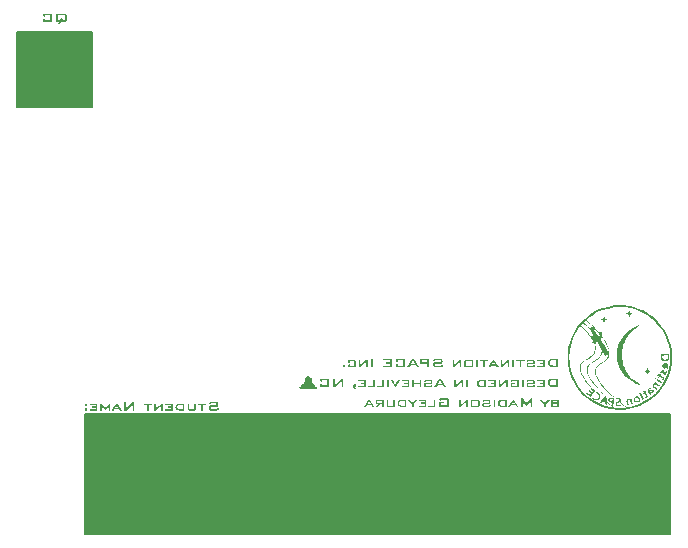
<source format=gbr>
%TF.GenerationSoftware,KiCad,Pcbnew,9.0.4*%
%TF.CreationDate,2026-02-16T08:56:39-05:00*%
%TF.ProjectId,destinationWeatherStation_v4-5,64657374-696e-4617-9469-6f6e57656174,03*%
%TF.SameCoordinates,PX6bcb370PY43d3480*%
%TF.FileFunction,Legend,Bot*%
%TF.FilePolarity,Positive*%
%FSLAX46Y46*%
G04 Gerber Fmt 4.6, Leading zero omitted, Abs format (unit mm)*
G04 Created by KiCad (PCBNEW 9.0.4) date 2026-02-16 08:56:39*
%MOMM*%
%LPD*%
G01*
G04 APERTURE LIST*
%ADD10C,0.150000*%
%ADD11C,0.000000*%
G04 APERTURE END LIST*
D10*
X7620000Y-40005000D02*
X57150000Y-40005000D01*
X57150000Y-50165000D01*
X7620000Y-50165000D01*
X7620000Y-40005000D01*
G36*
X7620000Y-40005000D02*
G01*
X57150000Y-40005000D01*
X57150000Y-50165000D01*
X7620000Y-50165000D01*
X7620000Y-40005000D01*
G37*
X1905000Y-7620000D02*
X8255000Y-7620000D01*
X8255000Y-13970000D01*
X1905000Y-13970000D01*
X1905000Y-7620000D01*
G36*
X1905000Y-7620000D02*
G01*
X8255000Y-7620000D01*
X8255000Y-13970000D01*
X1905000Y-13970000D01*
X1905000Y-7620000D01*
G37*
G36*
X18297447Y-39110093D02*
G01*
X18770546Y-39110093D01*
X18770546Y-39266408D01*
X18320040Y-39266408D01*
X18249704Y-39271595D01*
X18204455Y-39284568D01*
X18176791Y-39302678D01*
X18157953Y-39329709D01*
X18144751Y-39372489D01*
X18139544Y-39437439D01*
X18139544Y-39536175D01*
X18144755Y-39601468D01*
X18157961Y-39644458D01*
X18176791Y-39671607D01*
X18204466Y-39689785D01*
X18249718Y-39702798D01*
X18320040Y-39708000D01*
X18766394Y-39708000D01*
X18836716Y-39702798D01*
X18881967Y-39689785D01*
X18909642Y-39671607D01*
X18928472Y-39644458D01*
X18941679Y-39601468D01*
X18946889Y-39536175D01*
X18946889Y-39516208D01*
X18798573Y-39485250D01*
X18798573Y-39571224D01*
X18287922Y-39571224D01*
X18287922Y-39407092D01*
X18738367Y-39407092D01*
X18808212Y-39401886D01*
X18853152Y-39388857D01*
X18880638Y-39370639D01*
X18899266Y-39343525D01*
X18912352Y-39300540D01*
X18917519Y-39235206D01*
X18917519Y-39154545D01*
X18912361Y-39090153D01*
X18899287Y-39047767D01*
X18880638Y-39021005D01*
X18853199Y-39003053D01*
X18808266Y-38990187D01*
X18738367Y-38985041D01*
X18328222Y-38985041D01*
X18260638Y-38989916D01*
X18216008Y-39002238D01*
X18187782Y-39019601D01*
X18167862Y-39045541D01*
X18154350Y-39084722D01*
X18149131Y-39142211D01*
X18149131Y-39157293D01*
X18297447Y-39192159D01*
X18297447Y-39110093D01*
G37*
G36*
X17491263Y-39223422D02*
G01*
X17491263Y-39708000D01*
X17635488Y-39708000D01*
X17635488Y-39223422D01*
X17921191Y-39223422D01*
X17921191Y-39117909D01*
X17204827Y-39117909D01*
X17204827Y-39223422D01*
X17491263Y-39223422D01*
G37*
G36*
X16874855Y-39117909D02*
G01*
X16874855Y-39598579D01*
X16462695Y-39598579D01*
X16462695Y-39117909D01*
X16317065Y-39117909D01*
X16317065Y-39569209D01*
X16321554Y-39621626D01*
X16333005Y-39656383D01*
X16349550Y-39678568D01*
X16373401Y-39693216D01*
X16412387Y-39703773D01*
X16472892Y-39708000D01*
X16864597Y-39708000D01*
X16924670Y-39703806D01*
X16963212Y-39693351D01*
X16986657Y-39678874D01*
X17002755Y-39656961D01*
X17013983Y-39622178D01*
X17018409Y-39569209D01*
X17018409Y-39117909D01*
X16874855Y-39117909D01*
G37*
G36*
X16054138Y-39708000D02*
G01*
X15691865Y-39708000D01*
X15591010Y-39702372D01*
X15510692Y-39687022D01*
X15447258Y-39663778D01*
X15397613Y-39633750D01*
X15355877Y-39593093D01*
X15325792Y-39543743D01*
X15306899Y-39483908D01*
X15300160Y-39410939D01*
X15300741Y-39404528D01*
X15448477Y-39404528D01*
X15452929Y-39456987D01*
X15465105Y-39497904D01*
X15483934Y-39529725D01*
X15509354Y-39554188D01*
X15552795Y-39576366D01*
X15620787Y-39592281D01*
X15722639Y-39598579D01*
X15908569Y-39598579D01*
X15908569Y-39223422D01*
X15654251Y-39223422D01*
X15585801Y-39229250D01*
X15535537Y-39244776D01*
X15499096Y-39268179D01*
X15472041Y-39301347D01*
X15454805Y-39345615D01*
X15448477Y-39404528D01*
X15300741Y-39404528D01*
X15306442Y-39341654D01*
X15324183Y-39283759D01*
X15352599Y-39235029D01*
X15392118Y-39193929D01*
X15439522Y-39162496D01*
X15497687Y-39138773D01*
X15568816Y-39123442D01*
X15655595Y-39117909D01*
X16054138Y-39117909D01*
X16054138Y-39708000D01*
G37*
G36*
X15083028Y-39708000D02*
G01*
X15083028Y-39117909D01*
X14447997Y-39117909D01*
X14447997Y-39223422D01*
X14937460Y-39223422D01*
X14937460Y-39352382D01*
X14652367Y-39352382D01*
X14652367Y-39453987D01*
X14937460Y-39453987D01*
X14937460Y-39598579D01*
X14440486Y-39598579D01*
X14440486Y-39708000D01*
X15083028Y-39708000D01*
G37*
G36*
X14232086Y-39708000D02*
G01*
X14232086Y-39117909D01*
X14132985Y-39117909D01*
X13630516Y-39509735D01*
X13630516Y-39117909D01*
X13499968Y-39117909D01*
X13499968Y-39708000D01*
X13599803Y-39708000D01*
X14100867Y-39310067D01*
X14100867Y-39708000D01*
X14232086Y-39708000D01*
G37*
G36*
X12882889Y-39223422D02*
G01*
X12882889Y-39708000D01*
X13027114Y-39708000D01*
X13027114Y-39223422D01*
X13312817Y-39223422D01*
X13312817Y-39117909D01*
X12596453Y-39117909D01*
X12596453Y-39223422D01*
X12882889Y-39223422D01*
G37*
G36*
X11817563Y-39708000D02*
G01*
X11817563Y-38985041D01*
X11702707Y-38985041D01*
X11194133Y-39411183D01*
X11148337Y-39451178D01*
X11112067Y-39489830D01*
X11117563Y-39403673D01*
X11118906Y-39364655D01*
X11118906Y-38985041D01*
X10967842Y-38985041D01*
X10967842Y-39708000D01*
X11082697Y-39708000D01*
X11613131Y-39261340D01*
X11646654Y-39230566D01*
X11673276Y-39202539D01*
X11668147Y-39265859D01*
X11666437Y-39317455D01*
X11666437Y-39708000D01*
X11817563Y-39708000D01*
G37*
G36*
X10742711Y-39708000D02*
G01*
X10598485Y-39708000D01*
X10523991Y-39579039D01*
X10132287Y-39579039D01*
X10057732Y-39708000D01*
X9895738Y-39708000D01*
X10039892Y-39469618D01*
X10191027Y-39469618D01*
X10462442Y-39469618D01*
X10329147Y-39224521D01*
X10191027Y-39469618D01*
X10039892Y-39469618D01*
X10252576Y-39117909D01*
X10391367Y-39117909D01*
X10742711Y-39708000D01*
G37*
G36*
X9748765Y-39708000D02*
G01*
X9748765Y-39117909D01*
X9633238Y-39117909D01*
X9343382Y-39468153D01*
X9054932Y-39117909D01*
X8938733Y-39117909D01*
X8938733Y-39708000D01*
X9072700Y-39708000D01*
X9072700Y-39301885D01*
X9337276Y-39637108D01*
X9365303Y-39637108D01*
X9633238Y-39311410D01*
X9633238Y-39708000D01*
X9748765Y-39708000D01*
G37*
G36*
X8675073Y-39708000D02*
G01*
X8675073Y-39117909D01*
X8040042Y-39117909D01*
X8040042Y-39223422D01*
X8529504Y-39223422D01*
X8529504Y-39352382D01*
X8244412Y-39352382D01*
X8244412Y-39453987D01*
X8529504Y-39453987D01*
X8529504Y-39598579D01*
X8032531Y-39598579D01*
X8032531Y-39708000D01*
X8675073Y-39708000D01*
G37*
G36*
X7674410Y-39114001D02*
G01*
X7649131Y-39114001D01*
X7632799Y-39116888D01*
X7623180Y-39124503D01*
X7617992Y-39137644D01*
X7615670Y-39164864D01*
X7615670Y-39277399D01*
X7618289Y-39306776D01*
X7623913Y-39319470D01*
X7636735Y-39325731D01*
X7674471Y-39328935D01*
X7799523Y-39328935D01*
X7815876Y-39325976D01*
X7825535Y-39318127D01*
X7830737Y-39304673D01*
X7833046Y-39277399D01*
X7833046Y-39164864D01*
X7830454Y-39136085D01*
X7824864Y-39123526D01*
X7811982Y-39117221D01*
X7774244Y-39114001D01*
X7674410Y-39114001D01*
G37*
G36*
X7674410Y-39493066D02*
G01*
X7649131Y-39493066D01*
X7632799Y-39495953D01*
X7623180Y-39503568D01*
X7617992Y-39516709D01*
X7615670Y-39543929D01*
X7615670Y-39656464D01*
X7618289Y-39685841D01*
X7623913Y-39698535D01*
X7636735Y-39704796D01*
X7674471Y-39708000D01*
X7799523Y-39708000D01*
X7815876Y-39705040D01*
X7825535Y-39697192D01*
X7830737Y-39683738D01*
X7833046Y-39656464D01*
X7833046Y-39543929D01*
X7830454Y-39515150D01*
X7824864Y-39502591D01*
X7811982Y-39496286D01*
X7774244Y-39493066D01*
X7674410Y-39493066D01*
G37*
G36*
X5976029Y-6097209D02*
G01*
X6020965Y-6110137D01*
X6048422Y-6128189D01*
X6067061Y-6155069D01*
X6080140Y-6197684D01*
X6085303Y-6262461D01*
X6085303Y-6643114D01*
X6080114Y-6708963D01*
X6067011Y-6752002D01*
X6048422Y-6778913D01*
X6020971Y-6796931D01*
X5976036Y-6809839D01*
X5906151Y-6815000D01*
X5609518Y-6815000D01*
X5528124Y-7002578D01*
X5361367Y-7002578D01*
X5452287Y-6815000D01*
X5374312Y-6815000D01*
X5304469Y-6809838D01*
X5259576Y-6796930D01*
X5232163Y-6778913D01*
X5213540Y-6751996D01*
X5200417Y-6708956D01*
X5197992Y-6678224D01*
X5362711Y-6678224D01*
X5517194Y-6678224D01*
X5614952Y-6471106D01*
X5736646Y-6520626D01*
X5669663Y-6678224D01*
X5917142Y-6678224D01*
X5917142Y-6221001D01*
X5362711Y-6221001D01*
X5362711Y-6678224D01*
X5197992Y-6678224D01*
X5195221Y-6643114D01*
X5195221Y-6262461D01*
X5200391Y-6197691D01*
X5213491Y-6155075D01*
X5232163Y-6128189D01*
X5259582Y-6110138D01*
X5304476Y-6097210D01*
X5374312Y-6092041D01*
X5906151Y-6092041D01*
X5976029Y-6097209D01*
G37*
G36*
X4234858Y-6221001D02*
G01*
X4688112Y-6221001D01*
X4688112Y-6678224D01*
X4234858Y-6678224D01*
X4234858Y-6521908D01*
X4066697Y-6557018D01*
X4066697Y-6643114D01*
X4071930Y-6708923D01*
X4085153Y-6751967D01*
X4103944Y-6778913D01*
X4131562Y-6796966D01*
X4176421Y-6809858D01*
X4245788Y-6815000D01*
X4677121Y-6815000D01*
X4747006Y-6809839D01*
X4791941Y-6796931D01*
X4819392Y-6778913D01*
X4837981Y-6752002D01*
X4851084Y-6708963D01*
X4856273Y-6643114D01*
X4856273Y-6262705D01*
X4851110Y-6197843D01*
X4838029Y-6155169D01*
X4819392Y-6128250D01*
X4791929Y-6110165D01*
X4746993Y-6097217D01*
X4677121Y-6092041D01*
X4245788Y-6092041D01*
X4176435Y-6097197D01*
X4131574Y-6110130D01*
X4103944Y-6128250D01*
X4085105Y-6155204D01*
X4071904Y-6197883D01*
X4066697Y-6262705D01*
X4066697Y-6331093D01*
X4234858Y-6357777D01*
X4234858Y-6221001D01*
G37*
G36*
X47706353Y-36039999D02*
G01*
X47284546Y-36039999D01*
X47271022Y-36039947D01*
X47257809Y-36039792D01*
X47244904Y-36039535D01*
X47232308Y-36039174D01*
X47220022Y-36038711D01*
X47208044Y-36038144D01*
X47196376Y-36037474D01*
X47185017Y-36036701D01*
X47173966Y-36035825D01*
X47163226Y-36034847D01*
X47152794Y-36033765D01*
X47142671Y-36032580D01*
X47132857Y-36031292D01*
X47118717Y-36029166D01*
X47105271Y-36026809D01*
X47096599Y-36025069D01*
X47083926Y-36022230D01*
X47071657Y-36019116D01*
X47059792Y-36015727D01*
X47048330Y-36012063D01*
X47037272Y-36008125D01*
X47026617Y-36003912D01*
X47016366Y-35999424D01*
X47006519Y-35994661D01*
X46997075Y-35989623D01*
X46988035Y-35984311D01*
X46978674Y-35978377D01*
X46969583Y-35972175D01*
X46960761Y-35965707D01*
X46952207Y-35958971D01*
X46943923Y-35951968D01*
X46935908Y-35944698D01*
X46928162Y-35937161D01*
X46920685Y-35929356D01*
X46913477Y-35921285D01*
X46906538Y-35912946D01*
X46899868Y-35904341D01*
X46893467Y-35895468D01*
X46887335Y-35886328D01*
X46881472Y-35876921D01*
X46875879Y-35867246D01*
X46870554Y-35857305D01*
X46865496Y-35847152D01*
X46860765Y-35836842D01*
X46856360Y-35826376D01*
X46852281Y-35815753D01*
X46848529Y-35804974D01*
X46845103Y-35794038D01*
X46842003Y-35782946D01*
X46839230Y-35771698D01*
X46836783Y-35760293D01*
X46834662Y-35748731D01*
X46832867Y-35737013D01*
X46831399Y-35725139D01*
X46830257Y-35713108D01*
X46829441Y-35700921D01*
X46828952Y-35688577D01*
X46828788Y-35676077D01*
X46828859Y-35668994D01*
X47002445Y-35668994D01*
X47002728Y-35684139D01*
X47003578Y-35698738D01*
X47004995Y-35712791D01*
X47006979Y-35726299D01*
X47009529Y-35739261D01*
X47012646Y-35751677D01*
X47016330Y-35763548D01*
X47020580Y-35774873D01*
X47025397Y-35785652D01*
X47030781Y-35795885D01*
X47036732Y-35805573D01*
X47043249Y-35814715D01*
X47050333Y-35823311D01*
X47057984Y-35831362D01*
X47066201Y-35838866D01*
X47074985Y-35845825D01*
X47084418Y-35852303D01*
X47094643Y-35858362D01*
X47105660Y-35864003D01*
X47117468Y-35869227D01*
X47130069Y-35874033D01*
X47143461Y-35878420D01*
X47157645Y-35882390D01*
X47172621Y-35885942D01*
X47188389Y-35889076D01*
X47204949Y-35891793D01*
X47222301Y-35894091D01*
X47240444Y-35895972D01*
X47259380Y-35897434D01*
X47269145Y-35898009D01*
X47279107Y-35898479D01*
X47289268Y-35898845D01*
X47299627Y-35899106D01*
X47310183Y-35899262D01*
X47320938Y-35899315D01*
X47538314Y-35899315D01*
X47538314Y-35446000D01*
X47240338Y-35446000D01*
X47225877Y-35446221D01*
X47211864Y-35446885D01*
X47198300Y-35447992D01*
X47185184Y-35449541D01*
X47172517Y-35451534D01*
X47160298Y-35453968D01*
X47148528Y-35456846D01*
X47137206Y-35460166D01*
X47126332Y-35463929D01*
X47115907Y-35468134D01*
X47105931Y-35472783D01*
X47096402Y-35477874D01*
X47087322Y-35483407D01*
X47078691Y-35489384D01*
X47070508Y-35495803D01*
X47062773Y-35502664D01*
X47055468Y-35509926D01*
X47048634Y-35517605D01*
X47042271Y-35525702D01*
X47036380Y-35534217D01*
X47030959Y-35543150D01*
X47026011Y-35552501D01*
X47021533Y-35562270D01*
X47017527Y-35572457D01*
X47013992Y-35583061D01*
X47010929Y-35594084D01*
X47008336Y-35605524D01*
X47006216Y-35617382D01*
X47004566Y-35629658D01*
X47003388Y-35642352D01*
X47002681Y-35655464D01*
X47002445Y-35668994D01*
X46828859Y-35668994D01*
X46828893Y-35665528D01*
X46829206Y-35655130D01*
X46829729Y-35644883D01*
X46830460Y-35634788D01*
X46831400Y-35624844D01*
X46832549Y-35615051D01*
X46835475Y-35595919D01*
X46839235Y-35577392D01*
X46843832Y-35559470D01*
X46849265Y-35542152D01*
X46855533Y-35525440D01*
X46862637Y-35509332D01*
X46870577Y-35493830D01*
X46879352Y-35478932D01*
X46888964Y-35464639D01*
X46899411Y-35450951D01*
X46910694Y-35437867D01*
X46922812Y-35425389D01*
X46935767Y-35413516D01*
X46949498Y-35402306D01*
X46963946Y-35391820D01*
X46979112Y-35382057D01*
X46994996Y-35373017D01*
X47011596Y-35364700D01*
X47028915Y-35357107D01*
X47046951Y-35350237D01*
X47056238Y-35347073D01*
X47065704Y-35344090D01*
X47075350Y-35341287D01*
X47085175Y-35338666D01*
X47095179Y-35336225D01*
X47105363Y-35333965D01*
X47115726Y-35331886D01*
X47126269Y-35329987D01*
X47136990Y-35328270D01*
X47147892Y-35326733D01*
X47158972Y-35325377D01*
X47170232Y-35324202D01*
X47181672Y-35323208D01*
X47193290Y-35322394D01*
X47205088Y-35321761D01*
X47217066Y-35321309D01*
X47229223Y-35321038D01*
X47241559Y-35320948D01*
X47706353Y-35320948D01*
X47706353Y-36039999D01*
G37*
G36*
X46573066Y-36039999D02*
G01*
X46573066Y-35446000D01*
X45938035Y-35446000D01*
X45938035Y-35555421D01*
X46427497Y-35555421D01*
X46427497Y-35664841D01*
X46142466Y-35664841D01*
X46142466Y-35774262D01*
X46427497Y-35774262D01*
X46427497Y-35930578D01*
X45930463Y-35930578D01*
X45930463Y-36039999D01*
X46573066Y-36039999D01*
G37*
G36*
X45175264Y-35555421D02*
G01*
X45582661Y-35555421D01*
X45582661Y-35680473D01*
X45197002Y-35680473D01*
X45185877Y-35680582D01*
X45175218Y-35680908D01*
X45165025Y-35681452D01*
X45150608Y-35682676D01*
X45137239Y-35684389D01*
X45124917Y-35686591D01*
X45113643Y-35689283D01*
X45103416Y-35692464D01*
X45094237Y-35696135D01*
X45083627Y-35701791D01*
X45074880Y-35708317D01*
X45067496Y-35715995D01*
X45061096Y-35725231D01*
X45055681Y-35736023D01*
X45051250Y-35748373D01*
X45048573Y-35758657D01*
X45046450Y-35769816D01*
X45044881Y-35781852D01*
X45043865Y-35794763D01*
X45043404Y-35808551D01*
X45043373Y-35813341D01*
X45043373Y-35897605D01*
X45043499Y-35907719D01*
X45044160Y-35922121D01*
X45045388Y-35935600D01*
X45047183Y-35948156D01*
X45049544Y-35959789D01*
X45052472Y-35970498D01*
X45055967Y-35980285D01*
X45061508Y-35991898D01*
X45068057Y-36001870D01*
X45075613Y-36010201D01*
X45084509Y-36017185D01*
X45095198Y-36023237D01*
X45104393Y-36027166D01*
X45114596Y-36030570D01*
X45125808Y-36033451D01*
X45138029Y-36035808D01*
X45151259Y-36037641D01*
X45165497Y-36038951D01*
X45175551Y-36039533D01*
X45186052Y-36039882D01*
X45197002Y-36039999D01*
X45581196Y-36039999D01*
X45592414Y-36039882D01*
X45603170Y-36039533D01*
X45613465Y-36038951D01*
X45623297Y-36038136D01*
X45637180Y-36036477D01*
X45650025Y-36034295D01*
X45661830Y-36031589D01*
X45672596Y-36028359D01*
X45682323Y-36024605D01*
X45693677Y-36018785D01*
X45703183Y-36012034D01*
X45705271Y-36010201D01*
X45712885Y-36001870D01*
X45719483Y-35991898D01*
X45725066Y-35980285D01*
X45728588Y-35970498D01*
X45731538Y-35959789D01*
X45733917Y-35948156D01*
X45735725Y-35935600D01*
X45736962Y-35922121D01*
X45737629Y-35907719D01*
X45737756Y-35897605D01*
X45737756Y-35879287D01*
X45609284Y-35852420D01*
X45609284Y-35930578D01*
X45173799Y-35930578D01*
X45173799Y-35789894D01*
X45557260Y-35789894D01*
X45568418Y-35789782D01*
X45579116Y-35789447D01*
X45589354Y-35788889D01*
X45599132Y-35788108D01*
X45612938Y-35786517D01*
X45625708Y-35784424D01*
X45637444Y-35781829D01*
X45648145Y-35778731D01*
X45657812Y-35775131D01*
X45669091Y-35769550D01*
X45678530Y-35763076D01*
X45680603Y-35761317D01*
X45688102Y-35753349D01*
X45694601Y-35743854D01*
X45700100Y-35732833D01*
X45703568Y-35723565D01*
X45706474Y-35713438D01*
X45708818Y-35702453D01*
X45710599Y-35690609D01*
X45711817Y-35677907D01*
X45712474Y-35664345D01*
X45712599Y-35654828D01*
X45712599Y-35588393D01*
X45712474Y-35578397D01*
X45711817Y-35564153D01*
X45710599Y-35550811D01*
X45708818Y-35538370D01*
X45706474Y-35526831D01*
X45703568Y-35516193D01*
X45700100Y-35506458D01*
X45694601Y-35494879D01*
X45688102Y-35484903D01*
X45680603Y-35476530D01*
X45671623Y-35469375D01*
X45660804Y-35463173D01*
X45651482Y-35459148D01*
X45641126Y-35455660D01*
X45629735Y-35452708D01*
X45617309Y-35450293D01*
X45603849Y-35448415D01*
X45589354Y-35447073D01*
X45579116Y-35446477D01*
X45568418Y-35446119D01*
X45557260Y-35446000D01*
X45206039Y-35446000D01*
X45195056Y-35446113D01*
X45184515Y-35446454D01*
X45174417Y-35447022D01*
X45160100Y-35448299D01*
X45146779Y-35450087D01*
X45134455Y-35452386D01*
X45123126Y-35455196D01*
X45112793Y-35458517D01*
X45103457Y-35462349D01*
X45092558Y-35468253D01*
X45083429Y-35475065D01*
X45075644Y-35483026D01*
X45068897Y-35492376D01*
X45063187Y-35503115D01*
X45058516Y-35515243D01*
X45055694Y-35525250D01*
X45053456Y-35536040D01*
X45051801Y-35547610D01*
X45050731Y-35559962D01*
X45050244Y-35573095D01*
X45050212Y-35577647D01*
X45050212Y-35591813D01*
X45175264Y-35617947D01*
X45175264Y-35555421D01*
G37*
G36*
X44441315Y-35555421D02*
G01*
X44441315Y-36039999D01*
X44585418Y-36039999D01*
X44585418Y-35555421D01*
X44871182Y-35555421D01*
X44871182Y-35446000D01*
X44154818Y-35446000D01*
X44154818Y-35555421D01*
X44441315Y-35555421D01*
G37*
G36*
X43968460Y-36039999D02*
G01*
X43968460Y-35446000D01*
X43824846Y-35446000D01*
X43824846Y-36039999D01*
X43968460Y-36039999D01*
G37*
G36*
X43561063Y-36039999D02*
G01*
X43561063Y-35446000D01*
X43461901Y-35446000D01*
X42959493Y-35840452D01*
X42959493Y-35446000D01*
X42828823Y-35446000D01*
X42828823Y-36039999D01*
X42928719Y-36039999D01*
X43429661Y-35639440D01*
X43429661Y-36039999D01*
X43561063Y-36039999D01*
G37*
G36*
X42654678Y-36039999D02*
G01*
X42510575Y-36039999D01*
X42436081Y-35914946D01*
X42044315Y-35914946D01*
X41969821Y-36039999D01*
X41807888Y-36039999D01*
X41948746Y-35805525D01*
X42103178Y-35805525D01*
X42374532Y-35805525D01*
X42241175Y-35554932D01*
X42103178Y-35805525D01*
X41948746Y-35805525D01*
X42164727Y-35446000D01*
X42303457Y-35446000D01*
X42654678Y-36039999D01*
G37*
G36*
X41346269Y-35555421D02*
G01*
X41346269Y-36039999D01*
X41490372Y-36039999D01*
X41490372Y-35555421D01*
X41776137Y-35555421D01*
X41776137Y-35446000D01*
X41059772Y-35446000D01*
X41059772Y-35555421D01*
X41346269Y-35555421D01*
G37*
G36*
X40911517Y-36039999D02*
G01*
X40911517Y-35446000D01*
X40767902Y-35446000D01*
X40767902Y-36039999D01*
X40911517Y-36039999D01*
G37*
G36*
X40375783Y-35446116D02*
G01*
X40386444Y-35446465D01*
X40396642Y-35447047D01*
X40411070Y-35448357D01*
X40424455Y-35450190D01*
X40436796Y-35452547D01*
X40448094Y-35455428D01*
X40458348Y-35458833D01*
X40467560Y-35462761D01*
X40478219Y-35468814D01*
X40487023Y-35475798D01*
X40494407Y-35483995D01*
X40500807Y-35493810D01*
X40506223Y-35505244D01*
X40509638Y-35514881D01*
X40512499Y-35525428D01*
X40514807Y-35536886D01*
X40516561Y-35549254D01*
X40517761Y-35562531D01*
X40518407Y-35576719D01*
X40518530Y-35586684D01*
X40518530Y-35903467D01*
X40518407Y-35913162D01*
X40517761Y-35926968D01*
X40516561Y-35939889D01*
X40514807Y-35951927D01*
X40512499Y-35963079D01*
X40509638Y-35973347D01*
X40506223Y-35982731D01*
X40500807Y-35993867D01*
X40494407Y-36003431D01*
X40487023Y-36011422D01*
X40478219Y-36018120D01*
X40467560Y-36023924D01*
X40458348Y-36027692D01*
X40448094Y-36030957D01*
X40436796Y-36033720D01*
X40424455Y-36035980D01*
X40411070Y-36037738D01*
X40396642Y-36038994D01*
X40386444Y-36039552D01*
X40375783Y-36039887D01*
X40364657Y-36039999D01*
X39906702Y-36039999D01*
X39895635Y-36039887D01*
X39885025Y-36039552D01*
X39874874Y-36038994D01*
X39860506Y-36037738D01*
X39847168Y-36035980D01*
X39834860Y-36033720D01*
X39823583Y-36030957D01*
X39813336Y-36027692D01*
X39804120Y-36023924D01*
X39793434Y-36018120D01*
X39784580Y-36011422D01*
X39778906Y-36005576D01*
X39772208Y-35996405D01*
X39766503Y-35985663D01*
X39762875Y-35976574D01*
X39759805Y-35966600D01*
X39757294Y-35955742D01*
X39755340Y-35944000D01*
X39753945Y-35931373D01*
X39753896Y-35930578D01*
X39896932Y-35930578D01*
X40374183Y-35930578D01*
X40374183Y-35555421D01*
X39896932Y-35555421D01*
X39896932Y-35930578D01*
X39753896Y-35930578D01*
X39753108Y-35917862D01*
X39752829Y-35903467D01*
X39752829Y-35586684D01*
X39752951Y-35576719D01*
X39753592Y-35562531D01*
X39754783Y-35549254D01*
X39756523Y-35536886D01*
X39758813Y-35525428D01*
X39761652Y-35514881D01*
X39765041Y-35505244D01*
X39770414Y-35493810D01*
X39776765Y-35483995D01*
X39784092Y-35475798D01*
X39786090Y-35473964D01*
X39795264Y-35467213D01*
X39806331Y-35461393D01*
X39815874Y-35457640D01*
X39826481Y-35454410D01*
X39838154Y-35451703D01*
X39850890Y-35449521D01*
X39864692Y-35447862D01*
X39874485Y-35447047D01*
X39884751Y-35446465D01*
X39895490Y-35446116D01*
X39906702Y-35446000D01*
X40364657Y-35446000D01*
X40375783Y-35446116D01*
G37*
G36*
X39503701Y-36039999D02*
G01*
X39503701Y-35446000D01*
X39404539Y-35446000D01*
X38902131Y-35840452D01*
X38902131Y-35446000D01*
X38771461Y-35446000D01*
X38771461Y-36039999D01*
X38871356Y-36039999D01*
X39372298Y-35639440D01*
X39372298Y-36039999D01*
X39503701Y-36039999D01*
G37*
G36*
X37287197Y-35446000D02*
G01*
X37760051Y-35446000D01*
X37760051Y-35602315D01*
X37309668Y-35602315D01*
X37296687Y-35602457D01*
X37284243Y-35602884D01*
X37272339Y-35603595D01*
X37260972Y-35604590D01*
X37250143Y-35605869D01*
X37239852Y-35607433D01*
X37230100Y-35609281D01*
X37216480Y-35612586D01*
X37204071Y-35616531D01*
X37192872Y-35621116D01*
X37182885Y-35626340D01*
X37174108Y-35632204D01*
X37166541Y-35638708D01*
X37159863Y-35646033D01*
X37153842Y-35654453D01*
X37148477Y-35663967D01*
X37143769Y-35674577D01*
X37139719Y-35686281D01*
X37136325Y-35699080D01*
X37133588Y-35712974D01*
X37132128Y-35722845D01*
X37130960Y-35733203D01*
X37130085Y-35744047D01*
X37129501Y-35755377D01*
X37129209Y-35767194D01*
X37129172Y-35773285D01*
X37129172Y-35867319D01*
X37129318Y-35879499D01*
X37129756Y-35891190D01*
X37130486Y-35902390D01*
X37131508Y-35913099D01*
X37132821Y-35923318D01*
X37134427Y-35933047D01*
X37137383Y-35946720D01*
X37140996Y-35959291D01*
X37145266Y-35970757D01*
X37150192Y-35981121D01*
X37155776Y-35990381D01*
X37162016Y-35998537D01*
X37166541Y-36003362D01*
X37174108Y-36009909D01*
X37182885Y-36015813D01*
X37192872Y-36021072D01*
X37204071Y-36025687D01*
X37216480Y-36029659D01*
X37230100Y-36032986D01*
X37239852Y-36034847D01*
X37250143Y-36036421D01*
X37260972Y-36037709D01*
X37272339Y-36038711D01*
X37284243Y-36039426D01*
X37296687Y-36039855D01*
X37309668Y-36039999D01*
X37756144Y-36039999D01*
X37769096Y-36039855D01*
X37781514Y-36039426D01*
X37793398Y-36038711D01*
X37804748Y-36037709D01*
X37815563Y-36036421D01*
X37825844Y-36034847D01*
X37835591Y-36032986D01*
X37849210Y-36029659D01*
X37861626Y-36025687D01*
X37872840Y-36021072D01*
X37882852Y-36015813D01*
X37891662Y-36009909D01*
X37899270Y-36003362D01*
X37905904Y-35995941D01*
X37911887Y-35987417D01*
X37917216Y-35977789D01*
X37921893Y-35967058D01*
X37925917Y-35955223D01*
X37929289Y-35942285D01*
X37932008Y-35928244D01*
X37933458Y-35918270D01*
X37934618Y-35907806D01*
X37935488Y-35896851D01*
X37936068Y-35885406D01*
X37936359Y-35873470D01*
X37936395Y-35867319D01*
X37936395Y-35849245D01*
X37788139Y-35821157D01*
X37788139Y-35899315D01*
X37277428Y-35899315D01*
X37277428Y-35742999D01*
X37728056Y-35742999D01*
X37740947Y-35742856D01*
X37753304Y-35742427D01*
X37765127Y-35741711D01*
X37776416Y-35740709D01*
X37787170Y-35739421D01*
X37797390Y-35737847D01*
X37807076Y-35735987D01*
X37820603Y-35732659D01*
X37832927Y-35728688D01*
X37844050Y-35724073D01*
X37853970Y-35718813D01*
X37862689Y-35712910D01*
X37870205Y-35706363D01*
X37876796Y-35698892D01*
X37882739Y-35690309D01*
X37888033Y-35680614D01*
X37892679Y-35669806D01*
X37896677Y-35657887D01*
X37900026Y-35644857D01*
X37902728Y-35630714D01*
X37904168Y-35620667D01*
X37905321Y-35610127D01*
X37906185Y-35599092D01*
X37906761Y-35587563D01*
X37907050Y-35575539D01*
X37907086Y-35569343D01*
X37907086Y-35488254D01*
X37906942Y-35476433D01*
X37906509Y-35465089D01*
X37905789Y-35454222D01*
X37904781Y-35443832D01*
X37903484Y-35433919D01*
X37900999Y-35419945D01*
X37897865Y-35407043D01*
X37894084Y-35395215D01*
X37889654Y-35384460D01*
X37884575Y-35374779D01*
X37878849Y-35366171D01*
X37872474Y-35358636D01*
X37870205Y-35356363D01*
X37862689Y-35350034D01*
X37853970Y-35344327D01*
X37844050Y-35339243D01*
X37832927Y-35334782D01*
X37820603Y-35330943D01*
X37807076Y-35327726D01*
X37797390Y-35325928D01*
X37787170Y-35324406D01*
X37776416Y-35323161D01*
X37765127Y-35322193D01*
X37753304Y-35321501D01*
X37740947Y-35321086D01*
X37728056Y-35320948D01*
X37317972Y-35320948D01*
X37305488Y-35321081D01*
X37293498Y-35321482D01*
X37282002Y-35322150D01*
X37271001Y-35323085D01*
X37260494Y-35324287D01*
X37250481Y-35325756D01*
X37236388Y-35328461D01*
X37223407Y-35331767D01*
X37211538Y-35335674D01*
X37200781Y-35340182D01*
X37191136Y-35345291D01*
X37182603Y-35351001D01*
X37177532Y-35355142D01*
X37170592Y-35362019D01*
X37164335Y-35369828D01*
X37158760Y-35378568D01*
X37153867Y-35388240D01*
X37149658Y-35398844D01*
X37146131Y-35410380D01*
X37143286Y-35422847D01*
X37141125Y-35436245D01*
X37139646Y-35450576D01*
X37139039Y-35460647D01*
X37138736Y-35471132D01*
X37138698Y-35476530D01*
X37138698Y-35490941D01*
X37287197Y-35524158D01*
X37287197Y-35446000D01*
G37*
G36*
X36780882Y-36039999D02*
G01*
X36615529Y-36039999D01*
X36615529Y-35758631D01*
X36162947Y-35758631D01*
X36152356Y-35758501D01*
X36142137Y-35758112D01*
X36127506Y-35757041D01*
X36113712Y-35755387D01*
X36100756Y-35753149D01*
X36088637Y-35750326D01*
X36077354Y-35746920D01*
X36066909Y-35742931D01*
X36057302Y-35738357D01*
X36048531Y-35733199D01*
X36038139Y-35725414D01*
X36029095Y-35716484D01*
X36021256Y-35706302D01*
X36016168Y-35697844D01*
X36011759Y-35688682D01*
X36008028Y-35678816D01*
X36004976Y-35668246D01*
X36002602Y-35656971D01*
X36000906Y-35644993D01*
X35999888Y-35632310D01*
X35999549Y-35618924D01*
X35999549Y-35501687D01*
X36161726Y-35501687D01*
X36161726Y-35577403D01*
X36161868Y-35583143D01*
X36163001Y-35593618D01*
X36165756Y-35604147D01*
X36170794Y-35613947D01*
X36177846Y-35621366D01*
X36183487Y-35624884D01*
X36193669Y-35628808D01*
X36204516Y-35631241D01*
X36215052Y-35632612D01*
X36226947Y-35633388D01*
X36237442Y-35633578D01*
X36615529Y-35633578D01*
X36615529Y-35446000D01*
X36237442Y-35446000D01*
X36229489Y-35446109D01*
X36219647Y-35446596D01*
X36208567Y-35447752D01*
X36197067Y-35449941D01*
X36187524Y-35453007D01*
X36177846Y-35458456D01*
X36174068Y-35461857D01*
X36168023Y-35470375D01*
X36164387Y-35479706D01*
X36162293Y-35490791D01*
X36161726Y-35501687D01*
X35999549Y-35501687D01*
X35999549Y-35460654D01*
X35999888Y-35447226D01*
X36000906Y-35434511D01*
X36002602Y-35422508D01*
X36004976Y-35411218D01*
X36008028Y-35400641D01*
X36011759Y-35390776D01*
X36016168Y-35381624D01*
X36021256Y-35373185D01*
X36029095Y-35363041D01*
X36038139Y-35354165D01*
X36043149Y-35350142D01*
X36051362Y-35344595D01*
X36060411Y-35339632D01*
X36070298Y-35335253D01*
X36081022Y-35331458D01*
X36092583Y-35328246D01*
X36104982Y-35325619D01*
X36118217Y-35323575D01*
X36132290Y-35322115D01*
X36142137Y-35321467D01*
X36152356Y-35321077D01*
X36162947Y-35320948D01*
X36780882Y-35320948D01*
X36780882Y-36039999D01*
G37*
G36*
X35917728Y-36039999D02*
G01*
X35750177Y-36039999D01*
X35666158Y-35883683D01*
X35207958Y-35883683D01*
X35121252Y-36039999D01*
X34932696Y-36039999D01*
X35094788Y-35758631D01*
X35277811Y-35758631D01*
X35594350Y-35758631D01*
X35433638Y-35462364D01*
X35277811Y-35758631D01*
X35094788Y-35758631D01*
X35346932Y-35320948D01*
X35508865Y-35320948D01*
X35917728Y-36039999D01*
G37*
G36*
X34144525Y-35446000D02*
G01*
X34597595Y-35446000D01*
X34597595Y-35899315D01*
X34144525Y-35899315D01*
X34144525Y-35742999D01*
X33976241Y-35778170D01*
X33976241Y-35864144D01*
X33976387Y-35876651D01*
X33976825Y-35888648D01*
X33977555Y-35900136D01*
X33978577Y-35911115D01*
X33979891Y-35921584D01*
X33981496Y-35931543D01*
X33984452Y-35945527D01*
X33988065Y-35958365D01*
X33992335Y-35970057D01*
X33997261Y-35980602D01*
X34002845Y-35990001D01*
X34009085Y-35998253D01*
X34013610Y-36003118D01*
X34021166Y-36009709D01*
X34029911Y-36015651D01*
X34039845Y-36020946D01*
X34050968Y-36025592D01*
X34063281Y-36029590D01*
X34076782Y-36032939D01*
X34086444Y-36034812D01*
X34096635Y-36036397D01*
X34107354Y-36037693D01*
X34118601Y-36038702D01*
X34130378Y-36039422D01*
X34142682Y-36039854D01*
X34155516Y-36039999D01*
X34586848Y-36039999D01*
X34599740Y-36039854D01*
X34612097Y-36039422D01*
X34623920Y-36038702D01*
X34635208Y-36037693D01*
X34645963Y-36036397D01*
X34656183Y-36034812D01*
X34665869Y-36032939D01*
X34679395Y-36029590D01*
X34691720Y-36025592D01*
X34702843Y-36020946D01*
X34712763Y-36015651D01*
X34721482Y-36009709D01*
X34728998Y-36003118D01*
X34735589Y-35995630D01*
X34741531Y-35986995D01*
X34746826Y-35977214D01*
X34751472Y-35966287D01*
X34755470Y-35954213D01*
X34758819Y-35940993D01*
X34761520Y-35926627D01*
X34762961Y-35916413D01*
X34764114Y-35905689D01*
X34764978Y-35894456D01*
X34765554Y-35882713D01*
X34765842Y-35870461D01*
X34765878Y-35864144D01*
X34765878Y-35488987D01*
X34765734Y-35477135D01*
X34765302Y-35465761D01*
X34764582Y-35454863D01*
X34763573Y-35444443D01*
X34762277Y-35434499D01*
X34759792Y-35420479D01*
X34756658Y-35407532D01*
X34752877Y-35395658D01*
X34748446Y-35384857D01*
X34743368Y-35375130D01*
X34737642Y-35366476D01*
X34731267Y-35358895D01*
X34728998Y-35356607D01*
X34721482Y-35350234D01*
X34712763Y-35344488D01*
X34702843Y-35339369D01*
X34691720Y-35334877D01*
X34679395Y-35331012D01*
X34665869Y-35327773D01*
X34656183Y-35325962D01*
X34645963Y-35324430D01*
X34635208Y-35323176D01*
X34623920Y-35322201D01*
X34612097Y-35321505D01*
X34599740Y-35321087D01*
X34586848Y-35320948D01*
X34155516Y-35320948D01*
X34142682Y-35321087D01*
X34130378Y-35321505D01*
X34118601Y-35322201D01*
X34107354Y-35323176D01*
X34096635Y-35324430D01*
X34086444Y-35325962D01*
X34076782Y-35327773D01*
X34063281Y-35331012D01*
X34050968Y-35334877D01*
X34039845Y-35339369D01*
X34029911Y-35344488D01*
X34021166Y-35350234D01*
X34013610Y-35356607D01*
X34006932Y-35363830D01*
X34000911Y-35372126D01*
X33995546Y-35381495D01*
X33990839Y-35391938D01*
X33986788Y-35403454D01*
X33983394Y-35416044D01*
X33980657Y-35429707D01*
X33979197Y-35439412D01*
X33978029Y-35449593D01*
X33977154Y-35460252D01*
X33976570Y-35471388D01*
X33976278Y-35483001D01*
X33976241Y-35488987D01*
X33976241Y-35559329D01*
X34144525Y-35586684D01*
X34144525Y-35446000D01*
G37*
G36*
X33641873Y-36039999D02*
G01*
X33641873Y-35320948D01*
X32902305Y-35320948D01*
X32902305Y-35446000D01*
X33473834Y-35446000D01*
X33473834Y-35602315D01*
X33140198Y-35602315D01*
X33140198Y-35727368D01*
X33473834Y-35727368D01*
X33473834Y-35899315D01*
X32895467Y-35899315D01*
X32895467Y-36039999D01*
X33641873Y-36039999D01*
G37*
G36*
X32044525Y-36039999D02*
G01*
X32044525Y-35320948D01*
X31876485Y-35320948D01*
X31876485Y-36039999D01*
X32044525Y-36039999D01*
G37*
G36*
X31559947Y-36039999D02*
G01*
X31559947Y-35446000D01*
X31460784Y-35446000D01*
X30958377Y-35840452D01*
X30958377Y-35446000D01*
X30827707Y-35446000D01*
X30827707Y-36039999D01*
X30927602Y-36039999D01*
X31428544Y-35639440D01*
X31428544Y-36039999D01*
X31559947Y-36039999D01*
G37*
G36*
X30044664Y-35555421D02*
G01*
X30433499Y-35555421D01*
X30433499Y-35930578D01*
X30044664Y-35930578D01*
X30044664Y-35805525D01*
X29898851Y-35834835D01*
X29898851Y-35903955D01*
X29899135Y-35918220D01*
X29899985Y-35931613D01*
X29901401Y-35944134D01*
X29903385Y-35955784D01*
X29905935Y-35966563D01*
X29909052Y-35976470D01*
X29914090Y-35988323D01*
X29920135Y-35998627D01*
X29927187Y-36007382D01*
X29931091Y-36011178D01*
X29940014Y-36017933D01*
X29950783Y-36023787D01*
X29960073Y-36027586D01*
X29970401Y-36030879D01*
X29981768Y-36033666D01*
X29994175Y-36035946D01*
X30007620Y-36037719D01*
X30022104Y-36038985D01*
X30032338Y-36039548D01*
X30043033Y-36039886D01*
X30054190Y-36039999D01*
X30423973Y-36039999D01*
X30434954Y-36039887D01*
X30445486Y-36039552D01*
X30455569Y-36038994D01*
X30469854Y-36037738D01*
X30483130Y-36035980D01*
X30495396Y-36033720D01*
X30506654Y-36030957D01*
X30516903Y-36027692D01*
X30526143Y-36023924D01*
X30536894Y-36018120D01*
X30545850Y-36011422D01*
X30553349Y-36003492D01*
X30559849Y-35993989D01*
X30565348Y-35982914D01*
X30568816Y-35973576D01*
X30571722Y-35963354D01*
X30574066Y-35952247D01*
X30575847Y-35940256D01*
X30577065Y-35927380D01*
X30577721Y-35913620D01*
X30577846Y-35903955D01*
X30577846Y-35586195D01*
X30577722Y-35576261D01*
X30577071Y-35562113D01*
X30575862Y-35548872D01*
X30574094Y-35536536D01*
X30571769Y-35525107D01*
X30568885Y-35514583D01*
X30565443Y-35504965D01*
X30559986Y-35493551D01*
X30553536Y-35483747D01*
X30546095Y-35475553D01*
X30537241Y-35468627D01*
X30526555Y-35462624D01*
X30517339Y-35458727D01*
X30507092Y-35455351D01*
X30495815Y-35452494D01*
X30483507Y-35450156D01*
X30470170Y-35448338D01*
X30455801Y-35447039D01*
X30445650Y-35446462D01*
X30435041Y-35446115D01*
X30423973Y-35446000D01*
X30054190Y-35446000D01*
X30042974Y-35446115D01*
X30032227Y-35446462D01*
X30021947Y-35447039D01*
X30012134Y-35447847D01*
X29998292Y-35449492D01*
X29985501Y-35451657D01*
X29973762Y-35454341D01*
X29963076Y-35457544D01*
X29953441Y-35461267D01*
X29942230Y-35467039D01*
X29932890Y-35473735D01*
X29930847Y-35475553D01*
X29923348Y-35483747D01*
X29916849Y-35493551D01*
X29911350Y-35504965D01*
X29907881Y-35514583D01*
X29904975Y-35525107D01*
X29902632Y-35536536D01*
X29900851Y-35548872D01*
X29899632Y-35562113D01*
X29898976Y-35576261D01*
X29898851Y-35586195D01*
X29898851Y-35643592D01*
X30044664Y-35664841D01*
X30044664Y-35555421D01*
G37*
G36*
X29511970Y-35821157D02*
G01*
X29486569Y-35821157D01*
X29476170Y-35822206D01*
X29466461Y-35826236D01*
X29460679Y-35831904D01*
X29456369Y-35841601D01*
X29454358Y-35851554D01*
X29453374Y-35862266D01*
X29453108Y-35872936D01*
X29453108Y-35987486D01*
X29453311Y-35997294D01*
X29454089Y-36007552D01*
X29455735Y-36017437D01*
X29459020Y-36026848D01*
X29461412Y-36030473D01*
X29469813Y-36035496D01*
X29479695Y-36037906D01*
X29490789Y-36039245D01*
X29501884Y-36039850D01*
X29511970Y-36039999D01*
X29637023Y-36039999D01*
X29647422Y-36038925D01*
X29657131Y-36034804D01*
X29662913Y-36029008D01*
X29667223Y-36019032D01*
X29669235Y-36008950D01*
X29670218Y-35998174D01*
X29670484Y-35987486D01*
X29670484Y-35872936D01*
X29670201Y-35861562D01*
X29669351Y-35851802D01*
X29667336Y-35841299D01*
X29663400Y-35832207D01*
X29662424Y-35830927D01*
X29653919Y-35825775D01*
X29644019Y-35823304D01*
X29632948Y-35821930D01*
X29621899Y-35821310D01*
X29611866Y-35821157D01*
X29511970Y-35821157D01*
G37*
G36*
X47706353Y-37719999D02*
G01*
X47284546Y-37719999D01*
X47271022Y-37719947D01*
X47257809Y-37719792D01*
X47244904Y-37719535D01*
X47232308Y-37719174D01*
X47220022Y-37718711D01*
X47208044Y-37718144D01*
X47196376Y-37717474D01*
X47185017Y-37716701D01*
X47173966Y-37715825D01*
X47163226Y-37714847D01*
X47152794Y-37713765D01*
X47142671Y-37712580D01*
X47132857Y-37711292D01*
X47118717Y-37709166D01*
X47105271Y-37706809D01*
X47096599Y-37705069D01*
X47083926Y-37702230D01*
X47071657Y-37699116D01*
X47059792Y-37695727D01*
X47048330Y-37692063D01*
X47037272Y-37688125D01*
X47026617Y-37683912D01*
X47016366Y-37679424D01*
X47006519Y-37674661D01*
X46997075Y-37669623D01*
X46988035Y-37664311D01*
X46978674Y-37658377D01*
X46969583Y-37652175D01*
X46960761Y-37645707D01*
X46952207Y-37638971D01*
X46943923Y-37631968D01*
X46935908Y-37624698D01*
X46928162Y-37617161D01*
X46920685Y-37609356D01*
X46913477Y-37601285D01*
X46906538Y-37592946D01*
X46899868Y-37584341D01*
X46893467Y-37575468D01*
X46887335Y-37566328D01*
X46881472Y-37556921D01*
X46875879Y-37547246D01*
X46870554Y-37537305D01*
X46865496Y-37527152D01*
X46860765Y-37516842D01*
X46856360Y-37506376D01*
X46852281Y-37495753D01*
X46848529Y-37484974D01*
X46845103Y-37474038D01*
X46842003Y-37462946D01*
X46839230Y-37451698D01*
X46836783Y-37440293D01*
X46834662Y-37428731D01*
X46832867Y-37417013D01*
X46831399Y-37405139D01*
X46830257Y-37393108D01*
X46829441Y-37380921D01*
X46828952Y-37368577D01*
X46828788Y-37356077D01*
X46828859Y-37348994D01*
X47002445Y-37348994D01*
X47002728Y-37364139D01*
X47003578Y-37378738D01*
X47004995Y-37392791D01*
X47006979Y-37406299D01*
X47009529Y-37419261D01*
X47012646Y-37431677D01*
X47016330Y-37443548D01*
X47020580Y-37454873D01*
X47025397Y-37465652D01*
X47030781Y-37475885D01*
X47036732Y-37485573D01*
X47043249Y-37494715D01*
X47050333Y-37503311D01*
X47057984Y-37511362D01*
X47066201Y-37518866D01*
X47074985Y-37525825D01*
X47084418Y-37532303D01*
X47094643Y-37538362D01*
X47105660Y-37544003D01*
X47117468Y-37549227D01*
X47130069Y-37554033D01*
X47143461Y-37558420D01*
X47157645Y-37562390D01*
X47172621Y-37565942D01*
X47188389Y-37569076D01*
X47204949Y-37571793D01*
X47222301Y-37574091D01*
X47240444Y-37575972D01*
X47259380Y-37577434D01*
X47269145Y-37578009D01*
X47279107Y-37578479D01*
X47289268Y-37578845D01*
X47299627Y-37579106D01*
X47310183Y-37579262D01*
X47320938Y-37579315D01*
X47538314Y-37579315D01*
X47538314Y-37126000D01*
X47240338Y-37126000D01*
X47225877Y-37126221D01*
X47211864Y-37126885D01*
X47198300Y-37127992D01*
X47185184Y-37129541D01*
X47172517Y-37131534D01*
X47160298Y-37133968D01*
X47148528Y-37136846D01*
X47137206Y-37140166D01*
X47126332Y-37143929D01*
X47115907Y-37148134D01*
X47105931Y-37152783D01*
X47096402Y-37157874D01*
X47087322Y-37163407D01*
X47078691Y-37169384D01*
X47070508Y-37175803D01*
X47062773Y-37182664D01*
X47055468Y-37189926D01*
X47048634Y-37197605D01*
X47042271Y-37205702D01*
X47036380Y-37214217D01*
X47030959Y-37223150D01*
X47026011Y-37232501D01*
X47021533Y-37242270D01*
X47017527Y-37252457D01*
X47013992Y-37263061D01*
X47010929Y-37274084D01*
X47008336Y-37285524D01*
X47006216Y-37297382D01*
X47004566Y-37309658D01*
X47003388Y-37322352D01*
X47002681Y-37335464D01*
X47002445Y-37348994D01*
X46828859Y-37348994D01*
X46828893Y-37345528D01*
X46829206Y-37335130D01*
X46829729Y-37324883D01*
X46830460Y-37314788D01*
X46831400Y-37304844D01*
X46832549Y-37295051D01*
X46835475Y-37275919D01*
X46839235Y-37257392D01*
X46843832Y-37239470D01*
X46849265Y-37222152D01*
X46855533Y-37205440D01*
X46862637Y-37189332D01*
X46870577Y-37173830D01*
X46879352Y-37158932D01*
X46888964Y-37144639D01*
X46899411Y-37130951D01*
X46910694Y-37117867D01*
X46922812Y-37105389D01*
X46935767Y-37093516D01*
X46949498Y-37082306D01*
X46963946Y-37071820D01*
X46979112Y-37062057D01*
X46994996Y-37053017D01*
X47011596Y-37044700D01*
X47028915Y-37037107D01*
X47046951Y-37030237D01*
X47056238Y-37027073D01*
X47065704Y-37024090D01*
X47075350Y-37021287D01*
X47085175Y-37018666D01*
X47095179Y-37016225D01*
X47105363Y-37013965D01*
X47115726Y-37011886D01*
X47126269Y-37009987D01*
X47136990Y-37008270D01*
X47147892Y-37006733D01*
X47158972Y-37005377D01*
X47170232Y-37004202D01*
X47181672Y-37003208D01*
X47193290Y-37002394D01*
X47205088Y-37001761D01*
X47217066Y-37001309D01*
X47229223Y-37001038D01*
X47241559Y-37000948D01*
X47706353Y-37000948D01*
X47706353Y-37719999D01*
G37*
G36*
X46573066Y-37719999D02*
G01*
X46573066Y-37126000D01*
X45938035Y-37126000D01*
X45938035Y-37235421D01*
X46427497Y-37235421D01*
X46427497Y-37344841D01*
X46142466Y-37344841D01*
X46142466Y-37454262D01*
X46427497Y-37454262D01*
X46427497Y-37610578D01*
X45930463Y-37610578D01*
X45930463Y-37719999D01*
X46573066Y-37719999D01*
G37*
G36*
X45175264Y-37235421D02*
G01*
X45582661Y-37235421D01*
X45582661Y-37360473D01*
X45197002Y-37360473D01*
X45185877Y-37360582D01*
X45175218Y-37360908D01*
X45165025Y-37361452D01*
X45150608Y-37362676D01*
X45137239Y-37364389D01*
X45124917Y-37366591D01*
X45113643Y-37369283D01*
X45103416Y-37372464D01*
X45094237Y-37376135D01*
X45083627Y-37381791D01*
X45074880Y-37388317D01*
X45067496Y-37395995D01*
X45061096Y-37405231D01*
X45055681Y-37416023D01*
X45051250Y-37428373D01*
X45048573Y-37438657D01*
X45046450Y-37449816D01*
X45044881Y-37461852D01*
X45043865Y-37474763D01*
X45043404Y-37488551D01*
X45043373Y-37493341D01*
X45043373Y-37577605D01*
X45043499Y-37587719D01*
X45044160Y-37602121D01*
X45045388Y-37615600D01*
X45047183Y-37628156D01*
X45049544Y-37639789D01*
X45052472Y-37650498D01*
X45055967Y-37660285D01*
X45061508Y-37671898D01*
X45068057Y-37681870D01*
X45075613Y-37690201D01*
X45084509Y-37697185D01*
X45095198Y-37703237D01*
X45104393Y-37707166D01*
X45114596Y-37710570D01*
X45125808Y-37713451D01*
X45138029Y-37715808D01*
X45151259Y-37717641D01*
X45165497Y-37718951D01*
X45175551Y-37719533D01*
X45186052Y-37719882D01*
X45197002Y-37719999D01*
X45581196Y-37719999D01*
X45592414Y-37719882D01*
X45603170Y-37719533D01*
X45613465Y-37718951D01*
X45623297Y-37718136D01*
X45637180Y-37716477D01*
X45650025Y-37714295D01*
X45661830Y-37711589D01*
X45672596Y-37708359D01*
X45682323Y-37704605D01*
X45693677Y-37698785D01*
X45703183Y-37692034D01*
X45705271Y-37690201D01*
X45712885Y-37681870D01*
X45719483Y-37671898D01*
X45725066Y-37660285D01*
X45728588Y-37650498D01*
X45731538Y-37639789D01*
X45733917Y-37628156D01*
X45735725Y-37615600D01*
X45736962Y-37602121D01*
X45737629Y-37587719D01*
X45737756Y-37577605D01*
X45737756Y-37559287D01*
X45609284Y-37532420D01*
X45609284Y-37610578D01*
X45173799Y-37610578D01*
X45173799Y-37469894D01*
X45557260Y-37469894D01*
X45568418Y-37469782D01*
X45579116Y-37469447D01*
X45589354Y-37468889D01*
X45599132Y-37468108D01*
X45612938Y-37466517D01*
X45625708Y-37464424D01*
X45637444Y-37461829D01*
X45648145Y-37458731D01*
X45657812Y-37455131D01*
X45669091Y-37449550D01*
X45678530Y-37443076D01*
X45680603Y-37441317D01*
X45688102Y-37433349D01*
X45694601Y-37423854D01*
X45700100Y-37412833D01*
X45703568Y-37403565D01*
X45706474Y-37393438D01*
X45708818Y-37382453D01*
X45710599Y-37370609D01*
X45711817Y-37357907D01*
X45712474Y-37344345D01*
X45712599Y-37334828D01*
X45712599Y-37268393D01*
X45712474Y-37258397D01*
X45711817Y-37244153D01*
X45710599Y-37230811D01*
X45708818Y-37218370D01*
X45706474Y-37206831D01*
X45703568Y-37196193D01*
X45700100Y-37186458D01*
X45694601Y-37174879D01*
X45688102Y-37164903D01*
X45680603Y-37156530D01*
X45671623Y-37149375D01*
X45660804Y-37143173D01*
X45651482Y-37139148D01*
X45641126Y-37135660D01*
X45629735Y-37132708D01*
X45617309Y-37130293D01*
X45603849Y-37128415D01*
X45589354Y-37127073D01*
X45579116Y-37126477D01*
X45568418Y-37126119D01*
X45557260Y-37126000D01*
X45206039Y-37126000D01*
X45195056Y-37126113D01*
X45184515Y-37126454D01*
X45174417Y-37127022D01*
X45160100Y-37128299D01*
X45146779Y-37130087D01*
X45134455Y-37132386D01*
X45123126Y-37135196D01*
X45112793Y-37138517D01*
X45103457Y-37142349D01*
X45092558Y-37148253D01*
X45083429Y-37155065D01*
X45075644Y-37163026D01*
X45068897Y-37172376D01*
X45063187Y-37183115D01*
X45058516Y-37195243D01*
X45055694Y-37205250D01*
X45053456Y-37216040D01*
X45051801Y-37227610D01*
X45050731Y-37239962D01*
X45050244Y-37253095D01*
X45050212Y-37257647D01*
X45050212Y-37271813D01*
X45175264Y-37297947D01*
X45175264Y-37235421D01*
G37*
G36*
X44794001Y-37719999D02*
G01*
X44794001Y-37126000D01*
X44650386Y-37126000D01*
X44650386Y-37719999D01*
X44794001Y-37719999D01*
G37*
G36*
X43806283Y-37235421D02*
G01*
X44256667Y-37235421D01*
X44256667Y-37610578D01*
X43806283Y-37610578D01*
X43806283Y-37485525D01*
X44041245Y-37485525D01*
X44041245Y-37376105D01*
X43664622Y-37376105D01*
X43664622Y-37583955D01*
X43664901Y-37598305D01*
X43665739Y-37611770D01*
X43667134Y-37624351D01*
X43669087Y-37636048D01*
X43671599Y-37646860D01*
X43674669Y-37656787D01*
X43679630Y-37668648D01*
X43685583Y-37678937D01*
X43692529Y-37687653D01*
X43696374Y-37691422D01*
X43705228Y-37698120D01*
X43715913Y-37703924D01*
X43725130Y-37707692D01*
X43735376Y-37710957D01*
X43746654Y-37713720D01*
X43758961Y-37715980D01*
X43772299Y-37717738D01*
X43786667Y-37718994D01*
X43796819Y-37719552D01*
X43807428Y-37719887D01*
X43818495Y-37719999D01*
X44247141Y-37719999D01*
X44258209Y-37719887D01*
X44268818Y-37719552D01*
X44278969Y-37718994D01*
X44293338Y-37717738D01*
X44306676Y-37715980D01*
X44318983Y-37713720D01*
X44330260Y-37710957D01*
X44340507Y-37707692D01*
X44349723Y-37703924D01*
X44360409Y-37698120D01*
X44369263Y-37691422D01*
X44376705Y-37683492D01*
X44383154Y-37673989D01*
X44388611Y-37662914D01*
X44392053Y-37653576D01*
X44394937Y-37643354D01*
X44397263Y-37632247D01*
X44399030Y-37620256D01*
X44400239Y-37607380D01*
X44400890Y-37593620D01*
X44401014Y-37583955D01*
X44401014Y-37265707D01*
X44400890Y-37255803D01*
X44400239Y-37241701D01*
X44399030Y-37228506D01*
X44397263Y-37216216D01*
X44394937Y-37204832D01*
X44392053Y-37194354D01*
X44388611Y-37184782D01*
X44383154Y-37173429D01*
X44376705Y-37163686D01*
X44369263Y-37155553D01*
X44360409Y-37148627D01*
X44349723Y-37142624D01*
X44340507Y-37138727D01*
X44330260Y-37135351D01*
X44318983Y-37132494D01*
X44306676Y-37130156D01*
X44293338Y-37128338D01*
X44278969Y-37127039D01*
X44268818Y-37126462D01*
X44258209Y-37126115D01*
X44247141Y-37126000D01*
X43818495Y-37126000D01*
X43807516Y-37126112D01*
X43796987Y-37126450D01*
X43786908Y-37127013D01*
X43772634Y-37128280D01*
X43759373Y-37130053D01*
X43747126Y-37132333D01*
X43735892Y-37135119D01*
X43725671Y-37138412D01*
X43716463Y-37142212D01*
X43705762Y-37148066D01*
X43696862Y-37154821D01*
X43689306Y-37162751D01*
X43682757Y-37172131D01*
X43677216Y-37182962D01*
X43672682Y-37195243D01*
X43669943Y-37205405D01*
X43667771Y-37216383D01*
X43666165Y-37228177D01*
X43665126Y-37240786D01*
X43664654Y-37254212D01*
X43664622Y-37258868D01*
X43664622Y-37274500D01*
X43806283Y-37297947D01*
X43806283Y-37235421D01*
G37*
G36*
X43418425Y-37719999D02*
G01*
X43418425Y-37126000D01*
X43319263Y-37126000D01*
X42816855Y-37520452D01*
X42816855Y-37126000D01*
X42686185Y-37126000D01*
X42686185Y-37719999D01*
X42786081Y-37719999D01*
X43287023Y-37319440D01*
X43287023Y-37719999D01*
X43418425Y-37719999D01*
G37*
G36*
X42421915Y-37719999D02*
G01*
X42421915Y-37126000D01*
X41786883Y-37126000D01*
X41786883Y-37235421D01*
X42276346Y-37235421D01*
X42276346Y-37344841D01*
X41991315Y-37344841D01*
X41991315Y-37454262D01*
X42276346Y-37454262D01*
X42276346Y-37610578D01*
X41779312Y-37610578D01*
X41779312Y-37719999D01*
X42421915Y-37719999D01*
G37*
G36*
X41570973Y-37719999D02*
G01*
X41208516Y-37719999D01*
X41196310Y-37719926D01*
X41184298Y-37719707D01*
X41172481Y-37719342D01*
X41160858Y-37718831D01*
X41149430Y-37718174D01*
X41138197Y-37717371D01*
X41127159Y-37716422D01*
X41116315Y-37715327D01*
X41105665Y-37714087D01*
X41095210Y-37712700D01*
X41084950Y-37711167D01*
X41074885Y-37709488D01*
X41065014Y-37707664D01*
X41055338Y-37705693D01*
X41036569Y-37701314D01*
X41018579Y-37696351D01*
X41001368Y-37690804D01*
X40984935Y-37684673D01*
X40969280Y-37677958D01*
X40954404Y-37670660D01*
X40940307Y-37662777D01*
X40926988Y-37654311D01*
X40914448Y-37645260D01*
X40902647Y-37635626D01*
X40891607Y-37625408D01*
X40881329Y-37614606D01*
X40871812Y-37603220D01*
X40863057Y-37591250D01*
X40855062Y-37578696D01*
X40847830Y-37565559D01*
X40841358Y-37551837D01*
X40835648Y-37537532D01*
X40830699Y-37522643D01*
X40826512Y-37507169D01*
X40823086Y-37491112D01*
X40820421Y-37474471D01*
X40818518Y-37457247D01*
X40817376Y-37439438D01*
X40816995Y-37421045D01*
X40817090Y-37416405D01*
X40965250Y-37416405D01*
X40965310Y-37422925D01*
X40965785Y-37435608D01*
X40966735Y-37447816D01*
X40968160Y-37459550D01*
X40970061Y-37470808D01*
X40972437Y-37481591D01*
X40975287Y-37491898D01*
X40978613Y-37501731D01*
X40982414Y-37511089D01*
X40989007Y-37524234D01*
X40996668Y-37536310D01*
X41005399Y-37547318D01*
X41015198Y-37557256D01*
X41026067Y-37566126D01*
X41034027Y-37571508D01*
X41042702Y-37576544D01*
X41052093Y-37581232D01*
X41062199Y-37585573D01*
X41073022Y-37589567D01*
X41084559Y-37593214D01*
X41096812Y-37596513D01*
X41109781Y-37599465D01*
X41123465Y-37602069D01*
X41137865Y-37604327D01*
X41152981Y-37606237D01*
X41168811Y-37607799D01*
X41185358Y-37609015D01*
X41202620Y-37609883D01*
X41220598Y-37610404D01*
X41239291Y-37610578D01*
X41425404Y-37610578D01*
X41425404Y-37235421D01*
X41171147Y-37235421D01*
X41164651Y-37235465D01*
X41151977Y-37235816D01*
X41139727Y-37236518D01*
X41127900Y-37237571D01*
X41116497Y-37238976D01*
X41105518Y-37240731D01*
X41094962Y-37242838D01*
X41084830Y-37245295D01*
X41075121Y-37248104D01*
X41061352Y-37252976D01*
X41048537Y-37258637D01*
X41036674Y-37265089D01*
X41025765Y-37272330D01*
X41015809Y-37280361D01*
X41012698Y-37283200D01*
X41003959Y-37292264D01*
X40996109Y-37302148D01*
X40989147Y-37312852D01*
X40983074Y-37324376D01*
X40977890Y-37336720D01*
X40973594Y-37349884D01*
X40970188Y-37363869D01*
X40968410Y-37373647D01*
X40967028Y-37383790D01*
X40966040Y-37394297D01*
X40965448Y-37405169D01*
X40965250Y-37416405D01*
X40817090Y-37416405D01*
X40817355Y-37403533D01*
X40818434Y-37386535D01*
X40820232Y-37370049D01*
X40822750Y-37354077D01*
X40825987Y-37338618D01*
X40829944Y-37323673D01*
X40834620Y-37309240D01*
X40840015Y-37295321D01*
X40846129Y-37281916D01*
X40852963Y-37269023D01*
X40860517Y-37256644D01*
X40868790Y-37244778D01*
X40877782Y-37233426D01*
X40887493Y-37222586D01*
X40897924Y-37212261D01*
X40909074Y-37202448D01*
X40920865Y-37193191D01*
X40933277Y-37184530D01*
X40946312Y-37176468D01*
X40959969Y-37169002D01*
X40974247Y-37162134D01*
X40989148Y-37155862D01*
X41004671Y-37150189D01*
X41020816Y-37145112D01*
X41037582Y-37140633D01*
X41054971Y-37136750D01*
X41072982Y-37133466D01*
X41091615Y-37130778D01*
X41110871Y-37128688D01*
X41120731Y-37127866D01*
X41130748Y-37127194D01*
X41140920Y-37126672D01*
X41151247Y-37126299D01*
X41161730Y-37126075D01*
X41172368Y-37126000D01*
X41570973Y-37126000D01*
X41570973Y-37719999D01*
G37*
G36*
X40058621Y-37719999D02*
G01*
X40058621Y-37126000D01*
X39915006Y-37126000D01*
X39915006Y-37719999D01*
X40058621Y-37719999D01*
G37*
G36*
X39651224Y-37719999D02*
G01*
X39651224Y-37126000D01*
X39552061Y-37126000D01*
X39049654Y-37520452D01*
X39049654Y-37126000D01*
X38918984Y-37126000D01*
X38918984Y-37719999D01*
X39018879Y-37719999D01*
X39519821Y-37319440D01*
X39519821Y-37719999D01*
X39651224Y-37719999D01*
G37*
G36*
X38198956Y-37719999D02*
G01*
X38031405Y-37719999D01*
X37947386Y-37563683D01*
X37489186Y-37563683D01*
X37402480Y-37719999D01*
X37213924Y-37719999D01*
X37376016Y-37438631D01*
X37559040Y-37438631D01*
X37875578Y-37438631D01*
X37714867Y-37142364D01*
X37559040Y-37438631D01*
X37376016Y-37438631D01*
X37628160Y-37000948D01*
X37790093Y-37000948D01*
X38198956Y-37719999D01*
G37*
G36*
X36488035Y-37235421D02*
G01*
X36895432Y-37235421D01*
X36895432Y-37360473D01*
X36509772Y-37360473D01*
X36498648Y-37360582D01*
X36487989Y-37360908D01*
X36477796Y-37361452D01*
X36463379Y-37362676D01*
X36450009Y-37364389D01*
X36437687Y-37366591D01*
X36426413Y-37369283D01*
X36416186Y-37372464D01*
X36407007Y-37376135D01*
X36396398Y-37381791D01*
X36387651Y-37388317D01*
X36380266Y-37395995D01*
X36373866Y-37405231D01*
X36368451Y-37416023D01*
X36364020Y-37428373D01*
X36361343Y-37438657D01*
X36359220Y-37449816D01*
X36357651Y-37461852D01*
X36356636Y-37474763D01*
X36356174Y-37488551D01*
X36356144Y-37493341D01*
X36356144Y-37577605D01*
X36356269Y-37587719D01*
X36356931Y-37602121D01*
X36358159Y-37615600D01*
X36359953Y-37628156D01*
X36362315Y-37639789D01*
X36365243Y-37650498D01*
X36368737Y-37660285D01*
X36374279Y-37671898D01*
X36380827Y-37681870D01*
X36388384Y-37690201D01*
X36397279Y-37697185D01*
X36407969Y-37703237D01*
X36417163Y-37707166D01*
X36427366Y-37710570D01*
X36438578Y-37713451D01*
X36450799Y-37715808D01*
X36464029Y-37717641D01*
X36478268Y-37718951D01*
X36488321Y-37719533D01*
X36498822Y-37719882D01*
X36509772Y-37719999D01*
X36893966Y-37719999D01*
X36905184Y-37719882D01*
X36915941Y-37719533D01*
X36926235Y-37718951D01*
X36936068Y-37718136D01*
X36949951Y-37716477D01*
X36962795Y-37714295D01*
X36974600Y-37711589D01*
X36985367Y-37708359D01*
X36995094Y-37704605D01*
X37006447Y-37698785D01*
X37015954Y-37692034D01*
X37018042Y-37690201D01*
X37025655Y-37681870D01*
X37032254Y-37671898D01*
X37037837Y-37660285D01*
X37041358Y-37650498D01*
X37044308Y-37639789D01*
X37046687Y-37628156D01*
X37048496Y-37615600D01*
X37049733Y-37602121D01*
X37050399Y-37587719D01*
X37050526Y-37577605D01*
X37050526Y-37559287D01*
X36922054Y-37532420D01*
X36922054Y-37610578D01*
X36486569Y-37610578D01*
X36486569Y-37469894D01*
X36870031Y-37469894D01*
X36881188Y-37469782D01*
X36891886Y-37469447D01*
X36902125Y-37468889D01*
X36911903Y-37468108D01*
X36925708Y-37466517D01*
X36938479Y-37464424D01*
X36950214Y-37461829D01*
X36960916Y-37458731D01*
X36970582Y-37455131D01*
X36981861Y-37449550D01*
X36991301Y-37443076D01*
X36993373Y-37441317D01*
X37000872Y-37433349D01*
X37007371Y-37423854D01*
X37012871Y-37412833D01*
X37016339Y-37403565D01*
X37019245Y-37393438D01*
X37021588Y-37382453D01*
X37023369Y-37370609D01*
X37024588Y-37357907D01*
X37025244Y-37344345D01*
X37025369Y-37334828D01*
X37025369Y-37268393D01*
X37025244Y-37258397D01*
X37024588Y-37244153D01*
X37023369Y-37230811D01*
X37021588Y-37218370D01*
X37019245Y-37206831D01*
X37016339Y-37196193D01*
X37012871Y-37186458D01*
X37007371Y-37174879D01*
X37000872Y-37164903D01*
X36993373Y-37156530D01*
X36984393Y-37149375D01*
X36973574Y-37143173D01*
X36964253Y-37139148D01*
X36953896Y-37135660D01*
X36942506Y-37132708D01*
X36930080Y-37130293D01*
X36916620Y-37128415D01*
X36902125Y-37127073D01*
X36891886Y-37126477D01*
X36881188Y-37126119D01*
X36870031Y-37126000D01*
X36518809Y-37126000D01*
X36507826Y-37126113D01*
X36497285Y-37126454D01*
X36487187Y-37127022D01*
X36472871Y-37128299D01*
X36459550Y-37130087D01*
X36447225Y-37132386D01*
X36435896Y-37135196D01*
X36425564Y-37138517D01*
X36416227Y-37142349D01*
X36405328Y-37148253D01*
X36396199Y-37155065D01*
X36388414Y-37163026D01*
X36381667Y-37172376D01*
X36375958Y-37183115D01*
X36371287Y-37195243D01*
X36368464Y-37205250D01*
X36366226Y-37216040D01*
X36364572Y-37227610D01*
X36363501Y-37239962D01*
X36363015Y-37253095D01*
X36362982Y-37257647D01*
X36362982Y-37271813D01*
X36488035Y-37297947D01*
X36488035Y-37235421D01*
G37*
G36*
X36106772Y-37719999D02*
G01*
X36106772Y-37126000D01*
X35961203Y-37126000D01*
X35961203Y-37360473D01*
X35510575Y-37360473D01*
X35510575Y-37126000D01*
X35366472Y-37126000D01*
X35366472Y-37719999D01*
X35510575Y-37719999D01*
X35510575Y-37469894D01*
X35961203Y-37469894D01*
X35961203Y-37719999D01*
X36106772Y-37719999D01*
G37*
G36*
X35102445Y-37719999D02*
G01*
X35102445Y-37126000D01*
X34467414Y-37126000D01*
X34467414Y-37235421D01*
X34956876Y-37235421D01*
X34956876Y-37344841D01*
X34671845Y-37344841D01*
X34671845Y-37454262D01*
X34956876Y-37454262D01*
X34956876Y-37610578D01*
X34459842Y-37610578D01*
X34459842Y-37719999D01*
X35102445Y-37719999D01*
G37*
G36*
X33974532Y-37719999D02*
G01*
X34332836Y-37126000D01*
X34169437Y-37126000D01*
X33918600Y-37556844D01*
X33681929Y-37126000D01*
X33532208Y-37126000D01*
X33875369Y-37719999D01*
X33974532Y-37719999D01*
G37*
G36*
X33367344Y-37719999D02*
G01*
X33367344Y-37126000D01*
X33223729Y-37126000D01*
X33223729Y-37719999D01*
X33367344Y-37719999D01*
G37*
G36*
X32959947Y-37719999D02*
G01*
X32959947Y-37126000D01*
X32814378Y-37126000D01*
X32814378Y-37610578D01*
X32350072Y-37610578D01*
X32350072Y-37719999D01*
X32959947Y-37719999D01*
G37*
G36*
X32188139Y-37719999D02*
G01*
X32188139Y-37126000D01*
X32042571Y-37126000D01*
X32042571Y-37610578D01*
X31578265Y-37610578D01*
X31578265Y-37719999D01*
X32188139Y-37719999D01*
G37*
G36*
X31416332Y-37719999D02*
G01*
X31416332Y-37126000D01*
X30781301Y-37126000D01*
X30781301Y-37235421D01*
X31270763Y-37235421D01*
X31270763Y-37344841D01*
X30985732Y-37344841D01*
X30985732Y-37454262D01*
X31270763Y-37454262D01*
X31270763Y-37610578D01*
X30773729Y-37610578D01*
X30773729Y-37719999D01*
X31416332Y-37719999D01*
G37*
G36*
X30415669Y-37501157D02*
G01*
X30392466Y-37501157D01*
X30382658Y-37502007D01*
X30373136Y-37505355D01*
X30365843Y-37511904D01*
X30361533Y-37521601D01*
X30359522Y-37531554D01*
X30358538Y-37542266D01*
X30358272Y-37552936D01*
X30358272Y-37698505D01*
X30497002Y-37907577D01*
X30579800Y-37907577D01*
X30460854Y-37693132D01*
X30540721Y-37693132D01*
X30551121Y-37692058D01*
X30560829Y-37687937D01*
X30566611Y-37682141D01*
X30570922Y-37672166D01*
X30572933Y-37662083D01*
X30573916Y-37651307D01*
X30574183Y-37640620D01*
X30574183Y-37552936D01*
X30573992Y-37543140D01*
X30573259Y-37532928D01*
X30571710Y-37523141D01*
X30568199Y-37513132D01*
X30566367Y-37510438D01*
X30556982Y-37505154D01*
X30546832Y-37502933D01*
X30535546Y-37501737D01*
X30524318Y-37501238D01*
X30516786Y-37501157D01*
X30415669Y-37501157D01*
G37*
G36*
X29509772Y-37719999D02*
G01*
X29509772Y-37000948D01*
X29394978Y-37000948D01*
X28886220Y-37424709D01*
X28878279Y-37431290D01*
X28870636Y-37437751D01*
X28861857Y-37445347D01*
X28853508Y-37452772D01*
X28845588Y-37460025D01*
X28840547Y-37464765D01*
X28833248Y-37471769D01*
X28826190Y-37478858D01*
X28819372Y-37486034D01*
X28812795Y-37493295D01*
X28805425Y-37501876D01*
X28804399Y-37503111D01*
X28805154Y-37492065D01*
X28805862Y-37481641D01*
X28806522Y-37471840D01*
X28807329Y-37459741D01*
X28808052Y-37448748D01*
X28808692Y-37438862D01*
X28809373Y-37428061D01*
X28810017Y-37417382D01*
X28810492Y-37406925D01*
X28810893Y-37396319D01*
X28811161Y-37386103D01*
X28811238Y-37378547D01*
X28811238Y-37000948D01*
X28660051Y-37000948D01*
X28660051Y-37719999D01*
X28774846Y-37719999D01*
X29305341Y-37275721D01*
X29313454Y-37268500D01*
X29321122Y-37261582D01*
X29328347Y-37254969D01*
X29336060Y-37247783D01*
X29338802Y-37245190D01*
X29345870Y-37238321D01*
X29353493Y-37230520D01*
X29360768Y-37222642D01*
X29365425Y-37217347D01*
X29364398Y-37227644D01*
X29363455Y-37237773D01*
X29362595Y-37247736D01*
X29361818Y-37257532D01*
X29360997Y-37269067D01*
X29360296Y-37280361D01*
X29359715Y-37291169D01*
X29359254Y-37301427D01*
X29358868Y-37312701D01*
X29358646Y-37323226D01*
X29358586Y-37331652D01*
X29358586Y-37719999D01*
X29509772Y-37719999D01*
G37*
G36*
X27685767Y-37126000D02*
G01*
X28138837Y-37126000D01*
X28138837Y-37579315D01*
X27685767Y-37579315D01*
X27685767Y-37422999D01*
X27517483Y-37458170D01*
X27517483Y-37544144D01*
X27517629Y-37556651D01*
X27518067Y-37568648D01*
X27518797Y-37580136D01*
X27519819Y-37591115D01*
X27521133Y-37601584D01*
X27522738Y-37611543D01*
X27525694Y-37625527D01*
X27529307Y-37638365D01*
X27533577Y-37650057D01*
X27538504Y-37660602D01*
X27544087Y-37670001D01*
X27550327Y-37678253D01*
X27554853Y-37683118D01*
X27562408Y-37689709D01*
X27571153Y-37695651D01*
X27581087Y-37700946D01*
X27592210Y-37705592D01*
X27604523Y-37709590D01*
X27618025Y-37712939D01*
X27627687Y-37714812D01*
X27637877Y-37716397D01*
X27648596Y-37717693D01*
X27659844Y-37718702D01*
X27671620Y-37719422D01*
X27683924Y-37719854D01*
X27696758Y-37719999D01*
X28128091Y-37719999D01*
X28140982Y-37719854D01*
X28153339Y-37719422D01*
X28165162Y-37718702D01*
X28176451Y-37717693D01*
X28187205Y-37716397D01*
X28197425Y-37714812D01*
X28207111Y-37712939D01*
X28220638Y-37709590D01*
X28232962Y-37705592D01*
X28244085Y-37700946D01*
X28254005Y-37695651D01*
X28262724Y-37689709D01*
X28270240Y-37683118D01*
X28276831Y-37675630D01*
X28282774Y-37666995D01*
X28288068Y-37657214D01*
X28292714Y-37646287D01*
X28296712Y-37634213D01*
X28300061Y-37620993D01*
X28302763Y-37606627D01*
X28304203Y-37596413D01*
X28305356Y-37585689D01*
X28306220Y-37574456D01*
X28306796Y-37562713D01*
X28307085Y-37550461D01*
X28307121Y-37544144D01*
X28307121Y-37168987D01*
X28306976Y-37157135D01*
X28306544Y-37145761D01*
X28305824Y-37134863D01*
X28304815Y-37124443D01*
X28303519Y-37114499D01*
X28301034Y-37100479D01*
X28297900Y-37087532D01*
X28294119Y-37075658D01*
X28289689Y-37064857D01*
X28284610Y-37055130D01*
X28278884Y-37046476D01*
X28272509Y-37038895D01*
X28270240Y-37036607D01*
X28262724Y-37030234D01*
X28254005Y-37024488D01*
X28244085Y-37019369D01*
X28232962Y-37014877D01*
X28220638Y-37011012D01*
X28207111Y-37007773D01*
X28197425Y-37005962D01*
X28187205Y-37004430D01*
X28176451Y-37003176D01*
X28165162Y-37002201D01*
X28153339Y-37001505D01*
X28140982Y-37001087D01*
X28128091Y-37000948D01*
X27696758Y-37000948D01*
X27683924Y-37001087D01*
X27671620Y-37001505D01*
X27659844Y-37002201D01*
X27648596Y-37003176D01*
X27637877Y-37004430D01*
X27627687Y-37005962D01*
X27618025Y-37007773D01*
X27604523Y-37011012D01*
X27592210Y-37014877D01*
X27581087Y-37019369D01*
X27571153Y-37024488D01*
X27562408Y-37030234D01*
X27554853Y-37036607D01*
X27548174Y-37043830D01*
X27542153Y-37052126D01*
X27536788Y-37061495D01*
X27532081Y-37071938D01*
X27528030Y-37083454D01*
X27524636Y-37096044D01*
X27521899Y-37109707D01*
X27520439Y-37119412D01*
X27519272Y-37129593D01*
X27518396Y-37140252D01*
X27517812Y-37151388D01*
X27517520Y-37163001D01*
X27517483Y-37168987D01*
X27517483Y-37239329D01*
X27685767Y-37266684D01*
X27685767Y-37126000D01*
G37*
G36*
X47759109Y-39399999D02*
G01*
X47266960Y-39399999D01*
X47261235Y-39399969D01*
X47250059Y-39399737D01*
X47239248Y-39399271D01*
X47228801Y-39398573D01*
X47218718Y-39397641D01*
X47209000Y-39396477D01*
X47195106Y-39394295D01*
X47182032Y-39391589D01*
X47169778Y-39388359D01*
X47158344Y-39384605D01*
X47147730Y-39380327D01*
X47137937Y-39375526D01*
X47128963Y-39370201D01*
X47126138Y-39368309D01*
X47118201Y-39362282D01*
X47108874Y-39353424D01*
X47100982Y-39343628D01*
X47094525Y-39332893D01*
X47089502Y-39321219D01*
X47086677Y-39311847D01*
X47084659Y-39301947D01*
X47083449Y-39291520D01*
X47083045Y-39280564D01*
X47083045Y-39202162D01*
X47083480Y-39190331D01*
X47083580Y-39189461D01*
X47223241Y-39189461D01*
X47223241Y-39236112D01*
X47223298Y-39239855D01*
X47224156Y-39250217D01*
X47226461Y-39260655D01*
X47230811Y-39270410D01*
X47237895Y-39278610D01*
X47243119Y-39282058D01*
X47252595Y-39285903D01*
X47262728Y-39288287D01*
X47272588Y-39289631D01*
X47283736Y-39290391D01*
X47293582Y-39290578D01*
X47616960Y-39290578D01*
X47616960Y-39134262D01*
X47293582Y-39134262D01*
X47291044Y-39134274D01*
X47279123Y-39134700D01*
X47268489Y-39135734D01*
X47257430Y-39137778D01*
X47246871Y-39141269D01*
X47237895Y-39146719D01*
X47234460Y-39150058D01*
X47228965Y-39158454D01*
X47225659Y-39167678D01*
X47223756Y-39178656D01*
X47223241Y-39189461D01*
X47083580Y-39189461D01*
X47084785Y-39179020D01*
X47086961Y-39168227D01*
X47090006Y-39157954D01*
X47093922Y-39148199D01*
X47098707Y-39138964D01*
X47104363Y-39130248D01*
X47110889Y-39122050D01*
X47118136Y-39114471D01*
X47126078Y-39107609D01*
X47134714Y-39101465D01*
X47144045Y-39096038D01*
X47154070Y-39091329D01*
X47164790Y-39087337D01*
X47176205Y-39084063D01*
X47188314Y-39081506D01*
X47182268Y-39080374D01*
X47170720Y-39077733D01*
X47159897Y-39074589D01*
X47149799Y-39070940D01*
X47140426Y-39066788D01*
X47131778Y-39062132D01*
X47121988Y-39055604D01*
X47113331Y-39048289D01*
X47110167Y-39045152D01*
X47103148Y-39036842D01*
X47097406Y-39027864D01*
X47092940Y-39018218D01*
X47089749Y-39007905D01*
X47087835Y-38996923D01*
X47087197Y-38985274D01*
X47087197Y-38947905D01*
X47228614Y-38947905D01*
X47228614Y-38991869D01*
X47229950Y-39002139D01*
X47234504Y-39011068D01*
X47242291Y-39017514D01*
X47251879Y-39021056D01*
X47261953Y-39023010D01*
X47272412Y-39024126D01*
X47282413Y-39024663D01*
X47293582Y-39024841D01*
X47616960Y-39024841D01*
X47616960Y-38915421D01*
X47293582Y-38915421D01*
X47282214Y-38915600D01*
X47272073Y-38916136D01*
X47261526Y-38917253D01*
X47251456Y-38919206D01*
X47242047Y-38922748D01*
X47234399Y-38928916D01*
X47229926Y-38937682D01*
X47228614Y-38947905D01*
X47087197Y-38947905D01*
X47087197Y-38929831D01*
X47087485Y-38917834D01*
X47088348Y-38906481D01*
X47089786Y-38895772D01*
X47091800Y-38885707D01*
X47095379Y-38873289D01*
X47099982Y-38862015D01*
X47105607Y-38851887D01*
X47112255Y-38842903D01*
X47119926Y-38835065D01*
X47126430Y-38829871D01*
X47136243Y-38823740D01*
X47147362Y-38818517D01*
X47156557Y-38815196D01*
X47166487Y-38812386D01*
X47177151Y-38810087D01*
X47188549Y-38808299D01*
X47200681Y-38807022D01*
X47213548Y-38806255D01*
X47227148Y-38806000D01*
X47759109Y-38806000D01*
X47759109Y-39399999D01*
G37*
G36*
X46654399Y-39399999D02*
G01*
X46654399Y-39133285D01*
X46977532Y-38806000D01*
X46782871Y-38806000D01*
X46571601Y-39027528D01*
X46357644Y-38806000D01*
X46188139Y-38806000D01*
X46510051Y-39130354D01*
X46510051Y-39399999D01*
X46654399Y-39399999D01*
G37*
G36*
X45494001Y-39399999D02*
G01*
X45494001Y-38680948D01*
X45357958Y-38680948D01*
X45017483Y-39110571D01*
X44684580Y-38680948D01*
X44550003Y-38680948D01*
X44550003Y-39399999D01*
X44705830Y-39399999D01*
X44705830Y-38952546D01*
X44705589Y-38942058D01*
X44705021Y-38931850D01*
X44704225Y-38921520D01*
X44704120Y-38920306D01*
X44703204Y-38910246D01*
X44702166Y-38899606D01*
X44701157Y-38889820D01*
X44700055Y-38879590D01*
X44699723Y-38876586D01*
X44704732Y-38886592D01*
X44709501Y-38895912D01*
X44714760Y-38905916D01*
X44719692Y-38914986D01*
X44723659Y-38922015D01*
X44728651Y-38930533D01*
X44733938Y-38939167D01*
X44739405Y-38947582D01*
X44741977Y-38951324D01*
X45013331Y-39306209D01*
X45046793Y-39306209D01*
X45318879Y-38949859D01*
X45325294Y-38941118D01*
X45331288Y-38932635D01*
X45336861Y-38924409D01*
X45342715Y-38915322D01*
X45344769Y-38912001D01*
X45349791Y-38903147D01*
X45354355Y-38894416D01*
X45358943Y-38884739D01*
X45362110Y-38877319D01*
X45361194Y-38888172D01*
X45360400Y-38898507D01*
X45359729Y-38908322D01*
X45359179Y-38917619D01*
X45358589Y-38927689D01*
X45358192Y-38937566D01*
X45357977Y-38948313D01*
X45357958Y-38952546D01*
X45357958Y-39399999D01*
X45494001Y-39399999D01*
G37*
G36*
X44339954Y-39399999D02*
G01*
X44195850Y-39399999D01*
X44121356Y-39274946D01*
X43729591Y-39274946D01*
X43655097Y-39399999D01*
X43493164Y-39399999D01*
X43634022Y-39165525D01*
X43788453Y-39165525D01*
X44059807Y-39165525D01*
X43926451Y-38914932D01*
X43788453Y-39165525D01*
X43634022Y-39165525D01*
X43850003Y-38806000D01*
X43988733Y-38806000D01*
X44339954Y-39399999D01*
G37*
G36*
X43346130Y-39399999D02*
G01*
X42983673Y-39399999D01*
X42971467Y-39399926D01*
X42959455Y-39399707D01*
X42947638Y-39399342D01*
X42936015Y-39398831D01*
X42924587Y-39398174D01*
X42913354Y-39397371D01*
X42902316Y-39396422D01*
X42891472Y-39395327D01*
X42880822Y-39394087D01*
X42870367Y-39392700D01*
X42860107Y-39391167D01*
X42850042Y-39389488D01*
X42840171Y-39387664D01*
X42830495Y-39385693D01*
X42811726Y-39381314D01*
X42793736Y-39376351D01*
X42776525Y-39370804D01*
X42760092Y-39364673D01*
X42744437Y-39357958D01*
X42729561Y-39350660D01*
X42715464Y-39342777D01*
X42702145Y-39334311D01*
X42689605Y-39325260D01*
X42677804Y-39315626D01*
X42666764Y-39305408D01*
X42656486Y-39294606D01*
X42646969Y-39283220D01*
X42638214Y-39271250D01*
X42630219Y-39258696D01*
X42622987Y-39245559D01*
X42616515Y-39231837D01*
X42610805Y-39217532D01*
X42605856Y-39202643D01*
X42601669Y-39187169D01*
X42598243Y-39171112D01*
X42595578Y-39154471D01*
X42593675Y-39137247D01*
X42592533Y-39119438D01*
X42592152Y-39101045D01*
X42592247Y-39096405D01*
X42740407Y-39096405D01*
X42740467Y-39102925D01*
X42740942Y-39115608D01*
X42741892Y-39127816D01*
X42743318Y-39139550D01*
X42745218Y-39150808D01*
X42747594Y-39161591D01*
X42750444Y-39171898D01*
X42753770Y-39181731D01*
X42757571Y-39191089D01*
X42764164Y-39204234D01*
X42771825Y-39216310D01*
X42780556Y-39227318D01*
X42790355Y-39237256D01*
X42801224Y-39246126D01*
X42809184Y-39251508D01*
X42817859Y-39256544D01*
X42827250Y-39261232D01*
X42837356Y-39265573D01*
X42848179Y-39269567D01*
X42859716Y-39273214D01*
X42871969Y-39276513D01*
X42884938Y-39279465D01*
X42898622Y-39282069D01*
X42913022Y-39284327D01*
X42928138Y-39286237D01*
X42943968Y-39287799D01*
X42960515Y-39289015D01*
X42977777Y-39289883D01*
X42995755Y-39290404D01*
X43014448Y-39290578D01*
X43200561Y-39290578D01*
X43200561Y-38915421D01*
X42946304Y-38915421D01*
X42939808Y-38915465D01*
X42927134Y-38915816D01*
X42914884Y-38916518D01*
X42903057Y-38917571D01*
X42891654Y-38918976D01*
X42880675Y-38920731D01*
X42870119Y-38922838D01*
X42859987Y-38925295D01*
X42850278Y-38928104D01*
X42836509Y-38932976D01*
X42823694Y-38938637D01*
X42811831Y-38945089D01*
X42800922Y-38952330D01*
X42790966Y-38960361D01*
X42787855Y-38963200D01*
X42779116Y-38972264D01*
X42771266Y-38982148D01*
X42764304Y-38992852D01*
X42758231Y-39004376D01*
X42753047Y-39016720D01*
X42748751Y-39029884D01*
X42745345Y-39043869D01*
X42743567Y-39053647D01*
X42742185Y-39063790D01*
X42741197Y-39074297D01*
X42740605Y-39085169D01*
X42740407Y-39096405D01*
X42592247Y-39096405D01*
X42592512Y-39083533D01*
X42593591Y-39066535D01*
X42595389Y-39050049D01*
X42597907Y-39034077D01*
X42601144Y-39018618D01*
X42605101Y-39003673D01*
X42609777Y-38989240D01*
X42615172Y-38975321D01*
X42621286Y-38961916D01*
X42628121Y-38949023D01*
X42635674Y-38936644D01*
X42643947Y-38924778D01*
X42652939Y-38913426D01*
X42662650Y-38902586D01*
X42673081Y-38892261D01*
X42684231Y-38882448D01*
X42696022Y-38873191D01*
X42708434Y-38864530D01*
X42721469Y-38856468D01*
X42735126Y-38849002D01*
X42749404Y-38842134D01*
X42764305Y-38835862D01*
X42779828Y-38830189D01*
X42795973Y-38825112D01*
X42812739Y-38820633D01*
X42830128Y-38816750D01*
X42848139Y-38813466D01*
X42866772Y-38810778D01*
X42886028Y-38808688D01*
X42895888Y-38807866D01*
X42905905Y-38807194D01*
X42916077Y-38806672D01*
X42926404Y-38806299D01*
X42936887Y-38806075D01*
X42947525Y-38806000D01*
X43346130Y-38806000D01*
X43346130Y-39399999D01*
G37*
G36*
X42375020Y-39399999D02*
G01*
X42375020Y-38806000D01*
X42231405Y-38806000D01*
X42231405Y-39399999D01*
X42375020Y-39399999D01*
G37*
G36*
X41420763Y-38915421D02*
G01*
X41828160Y-38915421D01*
X41828160Y-39040473D01*
X41442501Y-39040473D01*
X41431376Y-39040582D01*
X41420717Y-39040908D01*
X41410524Y-39041452D01*
X41396107Y-39042676D01*
X41382738Y-39044389D01*
X41370416Y-39046591D01*
X41359142Y-39049283D01*
X41348915Y-39052464D01*
X41339736Y-39056135D01*
X41329126Y-39061791D01*
X41320379Y-39068317D01*
X41312995Y-39075995D01*
X41306595Y-39085231D01*
X41301180Y-39096023D01*
X41296749Y-39108373D01*
X41294072Y-39118657D01*
X41291949Y-39129816D01*
X41290380Y-39141852D01*
X41289364Y-39154763D01*
X41288903Y-39168551D01*
X41288872Y-39173341D01*
X41288872Y-39257605D01*
X41288998Y-39267719D01*
X41289659Y-39282121D01*
X41290887Y-39295600D01*
X41292682Y-39308156D01*
X41295043Y-39319789D01*
X41297971Y-39330498D01*
X41301466Y-39340285D01*
X41307007Y-39351898D01*
X41313556Y-39361870D01*
X41321112Y-39370201D01*
X41330008Y-39377185D01*
X41340697Y-39383237D01*
X41349892Y-39387166D01*
X41360095Y-39390570D01*
X41371307Y-39393451D01*
X41383528Y-39395808D01*
X41396758Y-39397641D01*
X41410996Y-39398951D01*
X41421049Y-39399533D01*
X41431551Y-39399882D01*
X41442501Y-39399999D01*
X41826695Y-39399999D01*
X41837913Y-39399882D01*
X41848669Y-39399533D01*
X41858964Y-39398951D01*
X41868796Y-39398136D01*
X41882679Y-39396477D01*
X41895524Y-39394295D01*
X41907329Y-39391589D01*
X41918095Y-39388359D01*
X41927822Y-39384605D01*
X41939176Y-39378785D01*
X41948682Y-39372034D01*
X41950770Y-39370201D01*
X41958384Y-39361870D01*
X41964982Y-39351898D01*
X41970565Y-39340285D01*
X41974087Y-39330498D01*
X41977037Y-39319789D01*
X41979416Y-39308156D01*
X41981224Y-39295600D01*
X41982461Y-39282121D01*
X41983128Y-39267719D01*
X41983255Y-39257605D01*
X41983255Y-39239287D01*
X41854783Y-39212420D01*
X41854783Y-39290578D01*
X41419298Y-39290578D01*
X41419298Y-39149894D01*
X41802759Y-39149894D01*
X41813917Y-39149782D01*
X41824615Y-39149447D01*
X41834853Y-39148889D01*
X41844631Y-39148108D01*
X41858437Y-39146517D01*
X41871207Y-39144424D01*
X41882943Y-39141829D01*
X41893644Y-39138731D01*
X41903311Y-39135131D01*
X41914590Y-39129550D01*
X41924029Y-39123076D01*
X41926102Y-39121317D01*
X41933601Y-39113349D01*
X41940100Y-39103854D01*
X41945599Y-39092833D01*
X41949067Y-39083565D01*
X41951973Y-39073438D01*
X41954317Y-39062453D01*
X41956098Y-39050609D01*
X41957316Y-39037907D01*
X41957973Y-39024345D01*
X41958097Y-39014828D01*
X41958097Y-38948393D01*
X41957973Y-38938397D01*
X41957316Y-38924153D01*
X41956098Y-38910811D01*
X41954317Y-38898370D01*
X41951973Y-38886831D01*
X41949067Y-38876193D01*
X41945599Y-38866458D01*
X41940100Y-38854879D01*
X41933601Y-38844903D01*
X41926102Y-38836530D01*
X41917122Y-38829375D01*
X41906303Y-38823173D01*
X41896981Y-38819148D01*
X41886625Y-38815660D01*
X41875234Y-38812708D01*
X41862808Y-38810293D01*
X41849348Y-38808415D01*
X41834853Y-38807073D01*
X41824615Y-38806477D01*
X41813917Y-38806119D01*
X41802759Y-38806000D01*
X41451538Y-38806000D01*
X41440555Y-38806113D01*
X41430014Y-38806454D01*
X41419916Y-38807022D01*
X41405599Y-38808299D01*
X41392278Y-38810087D01*
X41379954Y-38812386D01*
X41368625Y-38815196D01*
X41358292Y-38818517D01*
X41348956Y-38822349D01*
X41338057Y-38828253D01*
X41328928Y-38835065D01*
X41321143Y-38843026D01*
X41314395Y-38852376D01*
X41308686Y-38863115D01*
X41304015Y-38875243D01*
X41301193Y-38885250D01*
X41298955Y-38896040D01*
X41297300Y-38907610D01*
X41296230Y-38919962D01*
X41295743Y-38933095D01*
X41295711Y-38937647D01*
X41295711Y-38951813D01*
X41420763Y-38977947D01*
X41420763Y-38915421D01*
G37*
G36*
X40911163Y-38806116D02*
G01*
X40921825Y-38806465D01*
X40932023Y-38807047D01*
X40946451Y-38808357D01*
X40959835Y-38810190D01*
X40972176Y-38812547D01*
X40983474Y-38815428D01*
X40993729Y-38818833D01*
X41002940Y-38822761D01*
X41013599Y-38828814D01*
X41022403Y-38835798D01*
X41029788Y-38843995D01*
X41036188Y-38853810D01*
X41041603Y-38865244D01*
X41045018Y-38874881D01*
X41047880Y-38885428D01*
X41050187Y-38896886D01*
X41051941Y-38909254D01*
X41053141Y-38922531D01*
X41053787Y-38936719D01*
X41053910Y-38946684D01*
X41053910Y-39263467D01*
X41053787Y-39273162D01*
X41053141Y-39286968D01*
X41051941Y-39299889D01*
X41050187Y-39311927D01*
X41047880Y-39323079D01*
X41045018Y-39333347D01*
X41041603Y-39342731D01*
X41036188Y-39353867D01*
X41029788Y-39363431D01*
X41022403Y-39371422D01*
X41013599Y-39378120D01*
X41002940Y-39383924D01*
X40993729Y-39387692D01*
X40983474Y-39390957D01*
X40972176Y-39393720D01*
X40959835Y-39395980D01*
X40946451Y-39397738D01*
X40932023Y-39398994D01*
X40921825Y-39399552D01*
X40911163Y-39399887D01*
X40900037Y-39399999D01*
X40442082Y-39399999D01*
X40431015Y-39399887D01*
X40420406Y-39399552D01*
X40410254Y-39398994D01*
X40395886Y-39397738D01*
X40382548Y-39395980D01*
X40370240Y-39393720D01*
X40358963Y-39390957D01*
X40348717Y-39387692D01*
X40339500Y-39383924D01*
X40328815Y-39378120D01*
X40319961Y-39371422D01*
X40314286Y-39365576D01*
X40307589Y-39356405D01*
X40301883Y-39345663D01*
X40298256Y-39336574D01*
X40295186Y-39326600D01*
X40292674Y-39315742D01*
X40290721Y-39304000D01*
X40289325Y-39291373D01*
X40289276Y-39290578D01*
X40432312Y-39290578D01*
X40909563Y-39290578D01*
X40909563Y-38915421D01*
X40432312Y-38915421D01*
X40432312Y-39290578D01*
X40289276Y-39290578D01*
X40288488Y-39277862D01*
X40288209Y-39263467D01*
X40288209Y-38946684D01*
X40288331Y-38936719D01*
X40288972Y-38922531D01*
X40290163Y-38909254D01*
X40291903Y-38896886D01*
X40294193Y-38885428D01*
X40297032Y-38874881D01*
X40300421Y-38865244D01*
X40305795Y-38853810D01*
X40312145Y-38843995D01*
X40319472Y-38835798D01*
X40321470Y-38833964D01*
X40330644Y-38827213D01*
X40341712Y-38821393D01*
X40351254Y-38817640D01*
X40361862Y-38814410D01*
X40373534Y-38811703D01*
X40386271Y-38809521D01*
X40400072Y-38807862D01*
X40409865Y-38807047D01*
X40420131Y-38806465D01*
X40430870Y-38806116D01*
X40442082Y-38806000D01*
X40900037Y-38806000D01*
X40911163Y-38806116D01*
G37*
G36*
X40039081Y-39399999D02*
G01*
X40039081Y-38806000D01*
X39939919Y-38806000D01*
X39437511Y-39200452D01*
X39437511Y-38806000D01*
X39306841Y-38806000D01*
X39306841Y-39399999D01*
X39406737Y-39399999D01*
X39907679Y-38999440D01*
X39907679Y-39399999D01*
X40039081Y-39399999D01*
G37*
G36*
X37770554Y-38806000D02*
G01*
X38295432Y-38806000D01*
X38295432Y-39259315D01*
X37770554Y-39259315D01*
X37770554Y-39102999D01*
X38045327Y-39102999D01*
X38045327Y-38977947D01*
X37607155Y-38977947D01*
X37607155Y-39225365D01*
X37607299Y-39237782D01*
X37607732Y-39249694D01*
X37608452Y-39261100D01*
X37609460Y-39272000D01*
X37610757Y-39282395D01*
X37612342Y-39292284D01*
X37615259Y-39306169D01*
X37618825Y-39318917D01*
X37623039Y-39330526D01*
X37627901Y-39340999D01*
X37633411Y-39350333D01*
X37639570Y-39358530D01*
X37644036Y-39363362D01*
X37651552Y-39369909D01*
X37660271Y-39375813D01*
X37670191Y-39381072D01*
X37681314Y-39385687D01*
X37693638Y-39389659D01*
X37707165Y-39392986D01*
X37716851Y-39394847D01*
X37727071Y-39396421D01*
X37737825Y-39397709D01*
X37749114Y-39398711D01*
X37760937Y-39399426D01*
X37773294Y-39399855D01*
X37786185Y-39399999D01*
X38284685Y-39399999D01*
X38297577Y-39399855D01*
X38309934Y-39399426D01*
X38321757Y-39398711D01*
X38333045Y-39397709D01*
X38343799Y-39396421D01*
X38354020Y-39394847D01*
X38363705Y-39392986D01*
X38377232Y-39389659D01*
X38389557Y-39385687D01*
X38400679Y-39381072D01*
X38410600Y-39375813D01*
X38419318Y-39369909D01*
X38426834Y-39363362D01*
X38433425Y-39355924D01*
X38439368Y-39347348D01*
X38444662Y-39337634D01*
X38449309Y-39326783D01*
X38453306Y-39314794D01*
X38456656Y-39301667D01*
X38459357Y-39287402D01*
X38460798Y-39277261D01*
X38461950Y-39266613D01*
X38462815Y-39255460D01*
X38463391Y-39243801D01*
X38463679Y-39231637D01*
X38463715Y-39225365D01*
X38463715Y-38846300D01*
X38463571Y-38834629D01*
X38463139Y-38823429D01*
X38462418Y-38812700D01*
X38461410Y-38802443D01*
X38460113Y-38792657D01*
X38457628Y-38778862D01*
X38454495Y-38766127D01*
X38450713Y-38754453D01*
X38446283Y-38743839D01*
X38441205Y-38734286D01*
X38435478Y-38725793D01*
X38429103Y-38718360D01*
X38426834Y-38716119D01*
X38419318Y-38709833D01*
X38410600Y-38704166D01*
X38400679Y-38699117D01*
X38389557Y-38694686D01*
X38377232Y-38690874D01*
X38363705Y-38687680D01*
X38354020Y-38685893D01*
X38343799Y-38684382D01*
X38333045Y-38683146D01*
X38321757Y-38682184D01*
X38309934Y-38681497D01*
X38297577Y-38681085D01*
X38284685Y-38680948D01*
X37786185Y-38680948D01*
X37773469Y-38681082D01*
X37761269Y-38681486D01*
X37749586Y-38682158D01*
X37738421Y-38683100D01*
X37727772Y-38684311D01*
X37717641Y-38685790D01*
X37708027Y-38687539D01*
X37694575Y-38690667D01*
X37682287Y-38694400D01*
X37671162Y-38698738D01*
X37661201Y-38703682D01*
X37652403Y-38709231D01*
X37644769Y-38715386D01*
X37635953Y-38724862D01*
X37630113Y-38733106D01*
X37624934Y-38742324D01*
X37620416Y-38752517D01*
X37616559Y-38763685D01*
X37613363Y-38775827D01*
X37610829Y-38788944D01*
X37608955Y-38803035D01*
X37608074Y-38812971D01*
X37607486Y-38823340D01*
X37607192Y-38834142D01*
X37607155Y-38839705D01*
X37607155Y-38855581D01*
X37770554Y-38884158D01*
X37770554Y-38806000D01*
G37*
G36*
X37304539Y-39399999D02*
G01*
X37304539Y-38806000D01*
X37158970Y-38806000D01*
X37158970Y-39290578D01*
X36694664Y-39290578D01*
X36694664Y-39399999D01*
X37304539Y-39399999D01*
G37*
G36*
X36532731Y-39399999D02*
G01*
X36532731Y-38806000D01*
X35897700Y-38806000D01*
X35897700Y-38915421D01*
X36387162Y-38915421D01*
X36387162Y-39024841D01*
X36102131Y-39024841D01*
X36102131Y-39134262D01*
X36387162Y-39134262D01*
X36387162Y-39290578D01*
X35890128Y-39290578D01*
X35890128Y-39399999D01*
X36532731Y-39399999D01*
G37*
G36*
X35458307Y-39399999D02*
G01*
X35458307Y-39133285D01*
X35781440Y-38806000D01*
X35586779Y-38806000D01*
X35375509Y-39027528D01*
X35161552Y-38806000D01*
X34992047Y-38806000D01*
X35313959Y-39130354D01*
X35313959Y-39399999D01*
X35458307Y-39399999D01*
G37*
G36*
X34852340Y-39399999D02*
G01*
X34489884Y-39399999D01*
X34477678Y-39399926D01*
X34465666Y-39399707D01*
X34453849Y-39399342D01*
X34442226Y-39398831D01*
X34430798Y-39398174D01*
X34419565Y-39397371D01*
X34408526Y-39396422D01*
X34397682Y-39395327D01*
X34387033Y-39394087D01*
X34376578Y-39392700D01*
X34366318Y-39391167D01*
X34356253Y-39389488D01*
X34346382Y-39387664D01*
X34336706Y-39385693D01*
X34317937Y-39381314D01*
X34299947Y-39376351D01*
X34282735Y-39370804D01*
X34266303Y-39364673D01*
X34250648Y-39357958D01*
X34235772Y-39350660D01*
X34221675Y-39342777D01*
X34208356Y-39334311D01*
X34195816Y-39325260D01*
X34184015Y-39315626D01*
X34172975Y-39305408D01*
X34162697Y-39294606D01*
X34153180Y-39283220D01*
X34144424Y-39271250D01*
X34136430Y-39258696D01*
X34129197Y-39245559D01*
X34122726Y-39231837D01*
X34117016Y-39217532D01*
X34112067Y-39202643D01*
X34107880Y-39187169D01*
X34104453Y-39171112D01*
X34101789Y-39154471D01*
X34099885Y-39137247D01*
X34098743Y-39119438D01*
X34098363Y-39101045D01*
X34098458Y-39096405D01*
X34246618Y-39096405D01*
X34246677Y-39102925D01*
X34247153Y-39115608D01*
X34248103Y-39127816D01*
X34249528Y-39139550D01*
X34251429Y-39150808D01*
X34253804Y-39161591D01*
X34256655Y-39171898D01*
X34259981Y-39181731D01*
X34263782Y-39191089D01*
X34270375Y-39204234D01*
X34278036Y-39216310D01*
X34286766Y-39227318D01*
X34296566Y-39237256D01*
X34307435Y-39246126D01*
X34315394Y-39251508D01*
X34324070Y-39256544D01*
X34333461Y-39261232D01*
X34343567Y-39265573D01*
X34354389Y-39269567D01*
X34365927Y-39273214D01*
X34378180Y-39276513D01*
X34391149Y-39279465D01*
X34404833Y-39282069D01*
X34419233Y-39284327D01*
X34434348Y-39286237D01*
X34450179Y-39287799D01*
X34466726Y-39289015D01*
X34483988Y-39289883D01*
X34501965Y-39290404D01*
X34520659Y-39290578D01*
X34706772Y-39290578D01*
X34706772Y-38915421D01*
X34452515Y-38915421D01*
X34446019Y-38915465D01*
X34433345Y-38915816D01*
X34421095Y-38916518D01*
X34409268Y-38917571D01*
X34397865Y-38918976D01*
X34386886Y-38920731D01*
X34376330Y-38922838D01*
X34366197Y-38925295D01*
X34356489Y-38928104D01*
X34342720Y-38932976D01*
X34329904Y-38938637D01*
X34318042Y-38945089D01*
X34307133Y-38952330D01*
X34297176Y-38960361D01*
X34294066Y-38963200D01*
X34285327Y-38972264D01*
X34277476Y-38982148D01*
X34270515Y-38992852D01*
X34264442Y-39004376D01*
X34259258Y-39016720D01*
X34254962Y-39029884D01*
X34251555Y-39043869D01*
X34249778Y-39053647D01*
X34248396Y-39063790D01*
X34247408Y-39074297D01*
X34246816Y-39085169D01*
X34246618Y-39096405D01*
X34098458Y-39096405D01*
X34098722Y-39083533D01*
X34099801Y-39066535D01*
X34101600Y-39050049D01*
X34104118Y-39034077D01*
X34107355Y-39018618D01*
X34111311Y-39003673D01*
X34115987Y-38989240D01*
X34121383Y-38975321D01*
X34127497Y-38961916D01*
X34134331Y-38949023D01*
X34141885Y-38936644D01*
X34150157Y-38924778D01*
X34159150Y-38913426D01*
X34168861Y-38902586D01*
X34179292Y-38892261D01*
X34190442Y-38882448D01*
X34202233Y-38873191D01*
X34214645Y-38864530D01*
X34227680Y-38856468D01*
X34241336Y-38849002D01*
X34255615Y-38842134D01*
X34270516Y-38835862D01*
X34286038Y-38830189D01*
X34302183Y-38825112D01*
X34318950Y-38820633D01*
X34336339Y-38816750D01*
X34354350Y-38813466D01*
X34372983Y-38810778D01*
X34392238Y-38808688D01*
X34402099Y-38807866D01*
X34412116Y-38807194D01*
X34422287Y-38806672D01*
X34432615Y-38806299D01*
X34443098Y-38806075D01*
X34453736Y-38806000D01*
X34852340Y-38806000D01*
X34852340Y-39399999D01*
G37*
G36*
X33737616Y-38806000D02*
G01*
X33737616Y-39290578D01*
X33325334Y-39290578D01*
X33325334Y-38806000D01*
X33179765Y-38806000D01*
X33179765Y-39261024D01*
X33179892Y-39270841D01*
X33180558Y-39284825D01*
X33181796Y-39297920D01*
X33183604Y-39310127D01*
X33185983Y-39321445D01*
X33188933Y-39331874D01*
X33192455Y-39341415D01*
X33198038Y-39352753D01*
X33204636Y-39362511D01*
X33212250Y-39370689D01*
X33221283Y-39377559D01*
X33232140Y-39383512D01*
X33241480Y-39387376D01*
X33251847Y-39390725D01*
X33263239Y-39393559D01*
X33275657Y-39395877D01*
X33289102Y-39397680D01*
X33303573Y-39398968D01*
X33313790Y-39399541D01*
X33324463Y-39399884D01*
X33335592Y-39399999D01*
X33727358Y-39399999D01*
X33738425Y-39399885D01*
X33749034Y-39399544D01*
X33759186Y-39398977D01*
X33773554Y-39397699D01*
X33786892Y-39395911D01*
X33799200Y-39393612D01*
X33810477Y-39390802D01*
X33820723Y-39387481D01*
X33829940Y-39383649D01*
X33840625Y-39377746D01*
X33849479Y-39370934D01*
X33856921Y-39362805D01*
X33863371Y-39353073D01*
X33868828Y-39341739D01*
X33872270Y-39332186D01*
X33875153Y-39321732D01*
X33877479Y-39310376D01*
X33879246Y-39298119D01*
X33880456Y-39284960D01*
X33881107Y-39270899D01*
X33881231Y-39261024D01*
X33881231Y-38806000D01*
X33737616Y-38806000D01*
G37*
G36*
X32916960Y-39399999D02*
G01*
X32774811Y-39399999D01*
X32774811Y-39181157D01*
X32638767Y-39181157D01*
X32390617Y-39399999D01*
X32183499Y-39399999D01*
X32465111Y-39181157D01*
X32383778Y-39181157D01*
X32374807Y-39181046D01*
X32361940Y-39180465D01*
X32349782Y-39179386D01*
X32338333Y-39177809D01*
X32327592Y-39175734D01*
X32317559Y-39173161D01*
X32308234Y-39170090D01*
X32296904Y-39165220D01*
X32286833Y-39159465D01*
X32278021Y-39152825D01*
X32270293Y-39145188D01*
X32263595Y-39136445D01*
X32257928Y-39126595D01*
X32253291Y-39115639D01*
X32249685Y-39103575D01*
X32247656Y-39093802D01*
X32246207Y-39083405D01*
X32245338Y-39072387D01*
X32245048Y-39060745D01*
X32245048Y-38961094D01*
X32379626Y-38961094D01*
X32379626Y-39026063D01*
X32380124Y-39034898D01*
X32382337Y-39045103D01*
X32386944Y-39054430D01*
X32393792Y-39061478D01*
X32394685Y-39062109D01*
X32403497Y-39066437D01*
X32413637Y-39069172D01*
X32424132Y-39070734D01*
X32434151Y-39071486D01*
X32445327Y-39071736D01*
X32774811Y-39071736D01*
X32774811Y-38915421D01*
X32445327Y-38915421D01*
X32434151Y-38915677D01*
X32424132Y-38916446D01*
X32413637Y-38918046D01*
X32403497Y-38920846D01*
X32393792Y-38925923D01*
X32387594Y-38931968D01*
X32382738Y-38940958D01*
X32380304Y-38950896D01*
X32379626Y-38961094D01*
X32245048Y-38961094D01*
X32245048Y-38927877D01*
X32245338Y-38916103D01*
X32246207Y-38904959D01*
X32247656Y-38894447D01*
X32249685Y-38884566D01*
X32253291Y-38872373D01*
X32257928Y-38861302D01*
X32263595Y-38851353D01*
X32270293Y-38842526D01*
X32278021Y-38834821D01*
X32282269Y-38831331D01*
X32291711Y-38825026D01*
X32302412Y-38819622D01*
X32314372Y-38815119D01*
X32324169Y-38812333D01*
X32334674Y-38810053D01*
X32345887Y-38808280D01*
X32357809Y-38807013D01*
X32370439Y-38806253D01*
X32383778Y-38806000D01*
X32916960Y-38806000D01*
X32916960Y-39399999D01*
G37*
G36*
X32122927Y-39399999D02*
G01*
X31978823Y-39399999D01*
X31904329Y-39274946D01*
X31512564Y-39274946D01*
X31438070Y-39399999D01*
X31276137Y-39399999D01*
X31416995Y-39165525D01*
X31571426Y-39165525D01*
X31842780Y-39165525D01*
X31709423Y-38914932D01*
X31571426Y-39165525D01*
X31416995Y-39165525D01*
X31632975Y-38806000D01*
X31771705Y-38806000D01*
X32122927Y-39399999D01*
G37*
D11*
%TO.C,G\u002A\u002A\u002A*%
G36*
X54682683Y-38181426D02*
G01*
X54701980Y-38211083D01*
X54699983Y-38246369D01*
X54672221Y-38279529D01*
X54631737Y-38301250D01*
X54599924Y-38298122D01*
X54571480Y-38267401D01*
X54555479Y-38224404D01*
X54567647Y-38188959D01*
X54607500Y-38167252D01*
X54646563Y-38165157D01*
X54682683Y-38181426D01*
G37*
G36*
X55991190Y-36944325D02*
G01*
X56019145Y-36970761D01*
X56023292Y-37009055D01*
X56000443Y-37051165D01*
X55964092Y-37075661D01*
X55925421Y-37075743D01*
X55895580Y-37052318D01*
X55883622Y-37008679D01*
X55886531Y-36986395D01*
X55910978Y-36950457D01*
X55955193Y-36937107D01*
X55991190Y-36944325D01*
G37*
G36*
X56084393Y-37024268D02*
G01*
X56113096Y-37038155D01*
X56160851Y-37065293D01*
X56222904Y-37102934D01*
X56294504Y-37148328D01*
X56501674Y-37282275D01*
X56471216Y-37332359D01*
X56466500Y-37339886D01*
X56444015Y-37370163D01*
X56428596Y-37382430D01*
X56423327Y-37380382D01*
X56395245Y-37364604D01*
X56348005Y-37335787D01*
X56286546Y-37296976D01*
X56215804Y-37251215D01*
X56015176Y-37120013D01*
X56042297Y-37076154D01*
X56043087Y-37074879D01*
X56064428Y-37042044D01*
X56078376Y-37023338D01*
X56084393Y-37024268D01*
G37*
G36*
X54745502Y-38307627D02*
G01*
X54758727Y-38329476D01*
X54782814Y-38371371D01*
X54814449Y-38427346D01*
X54850314Y-38491435D01*
X54887095Y-38557671D01*
X54921475Y-38620088D01*
X54950138Y-38672719D01*
X54969767Y-38709598D01*
X54977047Y-38724759D01*
X54976100Y-38726597D01*
X54958392Y-38741672D01*
X54925356Y-38764332D01*
X54915345Y-38770714D01*
X54884607Y-38789863D01*
X54870806Y-38797704D01*
X54869794Y-38796402D01*
X54857715Y-38775960D01*
X54834637Y-38735186D01*
X54803767Y-38679880D01*
X54768309Y-38615845D01*
X54731468Y-38548881D01*
X54696449Y-38484790D01*
X54666456Y-38429373D01*
X54644696Y-38388430D01*
X54643006Y-38385143D01*
X54635515Y-38361813D01*
X54646710Y-38345123D01*
X54682052Y-38325936D01*
X54693399Y-38320725D01*
X54727511Y-38307836D01*
X54744330Y-38306048D01*
X54745502Y-38307627D01*
G37*
G36*
X53731342Y-31246753D02*
G01*
X53750325Y-31271014D01*
X53766231Y-31313204D01*
X53768387Y-31321130D01*
X53804442Y-31392558D01*
X53862410Y-31445907D01*
X53935749Y-31474938D01*
X53972012Y-31488134D01*
X53989877Y-31506364D01*
X53986304Y-31522509D01*
X53958349Y-31529468D01*
X53949405Y-31529798D01*
X53887336Y-31548333D01*
X53829718Y-31590123D01*
X53784304Y-31647971D01*
X53758846Y-31714679D01*
X53748495Y-31748770D01*
X53732501Y-31761684D01*
X53715190Y-31744769D01*
X53699302Y-31698755D01*
X53696024Y-31686806D01*
X53660411Y-31619723D01*
X53603806Y-31566009D01*
X53535374Y-31534827D01*
X53495019Y-31521755D01*
X53473211Y-31504492D01*
X53481110Y-31488088D01*
X53519450Y-31475283D01*
X53529434Y-31473117D01*
X53595300Y-31444272D01*
X53651258Y-31396599D01*
X53690111Y-31337851D01*
X53704661Y-31275781D01*
X53705220Y-31264827D01*
X53714551Y-31243624D01*
X53731342Y-31246753D01*
G37*
G36*
X51614418Y-31724663D02*
G01*
X51621130Y-31752925D01*
X51621460Y-31761869D01*
X51639995Y-31823938D01*
X51681785Y-31881556D01*
X51739633Y-31926970D01*
X51806341Y-31952428D01*
X51837629Y-31961417D01*
X51853495Y-31977226D01*
X51839110Y-31994686D01*
X51795001Y-32011077D01*
X51755187Y-32026874D01*
X51698444Y-32066949D01*
X51652720Y-32118529D01*
X51627947Y-32172045D01*
X51627879Y-32172360D01*
X51618391Y-32210484D01*
X51610368Y-32233256D01*
X51595424Y-32245558D01*
X51579398Y-32231640D01*
X51566815Y-32191132D01*
X51564642Y-32181141D01*
X51535804Y-32115649D01*
X51488108Y-32059901D01*
X51429379Y-32021142D01*
X51367442Y-32006613D01*
X51363966Y-32006556D01*
X51337941Y-31998809D01*
X51336240Y-31982627D01*
X51355749Y-31964636D01*
X51393355Y-31951462D01*
X51430630Y-31939456D01*
X51491429Y-31899219D01*
X51539747Y-31842477D01*
X51565978Y-31778838D01*
X51566756Y-31774969D01*
X51580606Y-31738797D01*
X51598702Y-31720991D01*
X51614418Y-31724663D01*
G37*
G36*
X54631122Y-38817071D02*
G01*
X54598514Y-38887945D01*
X54542925Y-38949401D01*
X54468093Y-38995282D01*
X54450484Y-39002301D01*
X54362288Y-39020013D01*
X54279213Y-39010242D01*
X54206125Y-38976083D01*
X54147892Y-38920633D01*
X54109383Y-38846989D01*
X54095465Y-38758247D01*
X54096532Y-38740063D01*
X54226160Y-38740063D01*
X54235869Y-38800552D01*
X54269108Y-38858483D01*
X54313081Y-38897360D01*
X54369737Y-38913941D01*
X54434206Y-38899967D01*
X54441583Y-38896574D01*
X54482474Y-38861319D01*
X54502116Y-38812493D01*
X54502483Y-38757019D01*
X54485550Y-38701821D01*
X54453291Y-38653821D01*
X54407680Y-38619945D01*
X54350692Y-38607114D01*
X54315963Y-38611827D01*
X54268433Y-38638843D01*
X54237757Y-38683875D01*
X54226160Y-38740063D01*
X54096532Y-38740063D01*
X54097327Y-38726519D01*
X54122216Y-38644366D01*
X54174359Y-38576494D01*
X54251531Y-38526208D01*
X54302362Y-38507947D01*
X54390990Y-38498775D01*
X54472754Y-38517930D01*
X54543317Y-38563179D01*
X54598344Y-38632287D01*
X54633496Y-38723020D01*
X54637006Y-38742934D01*
X54635888Y-38757019D01*
X54631122Y-38817071D01*
G37*
G36*
X55286976Y-36102470D02*
G01*
X55303801Y-36127931D01*
X55310805Y-36169146D01*
X55311518Y-36178136D01*
X55330751Y-36224478D01*
X55369778Y-36270373D01*
X55419938Y-36307368D01*
X55472573Y-36327013D01*
X55474137Y-36327268D01*
X55517531Y-36341574D01*
X55531238Y-36361609D01*
X55515424Y-36382267D01*
X55470254Y-36398440D01*
X55452740Y-36403619D01*
X55403608Y-36431426D01*
X55357901Y-36472651D01*
X55324190Y-36518570D01*
X55311048Y-36560460D01*
X55308794Y-36585666D01*
X55300445Y-36608408D01*
X55276026Y-36619478D01*
X55255253Y-36601858D01*
X55241597Y-36557116D01*
X55239284Y-36546161D01*
X55215245Y-36493761D01*
X55175650Y-36445490D01*
X55129015Y-36410040D01*
X55083851Y-36396100D01*
X55082722Y-36396088D01*
X55041796Y-36388782D01*
X55016817Y-36371784D01*
X55015710Y-36350407D01*
X55026947Y-36340697D01*
X55058300Y-36332724D01*
X55087451Y-36328836D01*
X55144771Y-36302303D01*
X55196120Y-36257619D01*
X55233113Y-36203031D01*
X55247369Y-36146781D01*
X55250816Y-36124157D01*
X55265112Y-36101005D01*
X55265643Y-36100687D01*
X55286976Y-36102470D01*
G37*
G36*
X50962066Y-38123381D02*
G01*
X51021384Y-38145986D01*
X51045099Y-38157762D01*
X51141812Y-38222053D01*
X51214773Y-38299495D01*
X51261969Y-38386621D01*
X51281389Y-38479966D01*
X51271020Y-38576060D01*
X51263101Y-38601777D01*
X51220871Y-38688999D01*
X51161948Y-38761931D01*
X51092870Y-38811917D01*
X51041875Y-38831631D01*
X50944687Y-38844157D01*
X50843036Y-38828863D01*
X50741815Y-38786769D01*
X50645919Y-38718892D01*
X50616141Y-38690892D01*
X50592291Y-38657671D01*
X50592971Y-38630051D01*
X50616544Y-38601498D01*
X50634444Y-38587095D01*
X50652482Y-38586274D01*
X50676168Y-38608633D01*
X50698911Y-38629980D01*
X50756926Y-38670374D01*
X50823286Y-38705019D01*
X50883285Y-38725611D01*
X50922072Y-38727615D01*
X50987624Y-38713113D01*
X51049596Y-38682440D01*
X51094268Y-38641091D01*
X51134346Y-38567634D01*
X51152401Y-38484297D01*
X51140647Y-38406076D01*
X51100163Y-38335791D01*
X51032024Y-38276260D01*
X50937307Y-38230301D01*
X50914197Y-38221495D01*
X50874111Y-38199756D01*
X50865414Y-38180518D01*
X50867957Y-38172769D01*
X50873603Y-38136621D01*
X50882379Y-38120786D01*
X50913720Y-38114854D01*
X50962066Y-38123381D01*
G37*
G36*
X56568054Y-36253044D02*
G01*
X56616957Y-36273159D01*
X56649336Y-36305079D01*
X56658033Y-36328287D01*
X56669463Y-36378029D01*
X56677629Y-36436106D01*
X56681603Y-36472280D01*
X56689365Y-36510661D01*
X56701560Y-36529517D01*
X56721525Y-36536476D01*
X56732731Y-36536812D01*
X56765146Y-36519267D01*
X56786947Y-36475574D01*
X56796018Y-36409342D01*
X56796340Y-36398797D01*
X56800664Y-36364691D01*
X56815657Y-36351086D01*
X56849570Y-36348629D01*
X56852322Y-36348633D01*
X56885629Y-36351743D01*
X56899047Y-36367241D01*
X56901530Y-36404807D01*
X56892436Y-36471063D01*
X56860167Y-36552992D01*
X56810234Y-36622987D01*
X56765402Y-36656573D01*
X56711673Y-36666220D01*
X56651492Y-36655899D01*
X56604445Y-36621770D01*
X56576658Y-36563018D01*
X56567529Y-36478861D01*
X56564857Y-36438313D01*
X56550005Y-36390072D01*
X56526805Y-36369227D01*
X56500629Y-36376039D01*
X56476847Y-36410770D01*
X56460834Y-36473679D01*
X56459442Y-36483683D01*
X56451094Y-36520585D01*
X56435850Y-36536236D01*
X56406387Y-36539487D01*
X56404311Y-36539483D01*
X56375238Y-36535997D01*
X56363164Y-36519601D01*
X56360766Y-36480889D01*
X56361158Y-36466831D01*
X56376836Y-36390577D01*
X56411801Y-36324336D01*
X56461108Y-36275268D01*
X56519815Y-36250536D01*
X56568054Y-36253044D01*
G37*
G36*
X57083735Y-35177502D02*
G01*
X57080711Y-35235815D01*
X57074051Y-35278955D01*
X57062443Y-35315334D01*
X57044575Y-35353359D01*
X56998269Y-35425409D01*
X56940268Y-35476499D01*
X56860849Y-35514720D01*
X56801276Y-35529375D01*
X56712435Y-35532081D01*
X56625143Y-35516617D01*
X56552491Y-35484278D01*
X56502114Y-35442793D01*
X56462616Y-35387918D01*
X56435516Y-35316890D01*
X56418952Y-35224737D01*
X56411062Y-35106486D01*
X56409272Y-35049456D01*
X56499958Y-35049456D01*
X56507975Y-35149332D01*
X56513280Y-35192343D01*
X56537254Y-35276580D01*
X56576011Y-35339220D01*
X56627313Y-35376016D01*
X56671495Y-35390334D01*
X56760523Y-35400154D01*
X56841421Y-35384246D01*
X56909018Y-35344093D01*
X56958143Y-35281177D01*
X56965011Y-35263878D01*
X56975919Y-35217969D01*
X56983881Y-35162291D01*
X56987951Y-35107057D01*
X56987182Y-35062482D01*
X56980625Y-35038781D01*
X56975897Y-35037501D01*
X56945149Y-35035852D01*
X56891079Y-35035718D01*
X56819470Y-35037072D01*
X56736100Y-35039888D01*
X56499958Y-35049456D01*
X56409272Y-35049456D01*
X56405273Y-34922013D01*
X56734508Y-34910583D01*
X56762118Y-34909662D01*
X56858845Y-34907053D01*
X56943277Y-34905717D01*
X57010543Y-34905669D01*
X57055771Y-34906925D01*
X57074089Y-34909499D01*
X57077706Y-34924402D01*
X57081193Y-34965494D01*
X57083562Y-35025607D01*
X57084436Y-35097874D01*
X57084355Y-35107057D01*
X57083735Y-35177502D01*
G37*
G36*
X54998182Y-38018833D02*
G01*
X55022988Y-38047179D01*
X55042036Y-38070500D01*
X55062252Y-38080596D01*
X55087093Y-38070393D01*
X55104991Y-38061370D01*
X55124887Y-38064675D01*
X55146817Y-38092202D01*
X55163065Y-38119403D01*
X55164364Y-38137447D01*
X55147140Y-38153532D01*
X55131427Y-38166854D01*
X55120190Y-38182939D01*
X55121925Y-38187509D01*
X55137031Y-38213712D01*
X55164321Y-38256663D01*
X55199714Y-38309848D01*
X55202814Y-38314432D01*
X55250983Y-38393002D01*
X55276424Y-38454905D01*
X55279494Y-38505085D01*
X55260549Y-38548486D01*
X55219948Y-38590051D01*
X55189218Y-38613615D01*
X55147246Y-38635089D01*
X55115997Y-38631799D01*
X55090323Y-38604314D01*
X55079180Y-38582591D01*
X55083035Y-38562763D01*
X55110355Y-38539368D01*
X55111805Y-38538300D01*
X55140243Y-38511878D01*
X55152000Y-38490307D01*
X55146537Y-38475278D01*
X55127490Y-38440478D01*
X55099545Y-38394874D01*
X55067715Y-38346105D01*
X55037014Y-38301811D01*
X55012454Y-38269632D01*
X54999048Y-38257208D01*
X54997352Y-38257524D01*
X54976110Y-38268656D01*
X54942775Y-38290770D01*
X54934589Y-38296572D01*
X54906369Y-38313922D01*
X54889770Y-38313093D01*
X54873230Y-38294747D01*
X54857866Y-38270464D01*
X54853221Y-38236203D01*
X54877642Y-38210585D01*
X54919751Y-38185256D01*
X54937627Y-38166693D01*
X54934507Y-38146065D01*
X54913726Y-38114483D01*
X54898427Y-38091376D01*
X54889808Y-38063862D01*
X54905434Y-38043604D01*
X54948404Y-38022366D01*
X54975194Y-38013346D01*
X54998182Y-38018833D01*
G37*
G36*
X56083298Y-37393631D02*
G01*
X56155294Y-37454328D01*
X56215093Y-37505302D01*
X56255822Y-37541922D01*
X56280118Y-37567583D01*
X56290618Y-37585683D01*
X56289958Y-37599618D01*
X56280775Y-37612783D01*
X56265707Y-37628574D01*
X56261950Y-37632513D01*
X56234034Y-37658217D01*
X56216293Y-37668729D01*
X56210448Y-37666122D01*
X56183839Y-37647737D01*
X56142198Y-37615600D01*
X56091570Y-37574291D01*
X56067696Y-37554504D01*
X56007111Y-37507105D01*
X55962402Y-37478985D01*
X55928193Y-37468099D01*
X55899111Y-37472398D01*
X55869782Y-37489838D01*
X55838387Y-37524100D01*
X55827955Y-37573841D01*
X55828914Y-37590710D01*
X55836676Y-37616488D01*
X55856010Y-37644436D01*
X55891378Y-37680404D01*
X55947241Y-37730243D01*
X55980543Y-37759424D01*
X56025826Y-37800043D01*
X56057756Y-37829905D01*
X56070932Y-37844039D01*
X56071196Y-37845146D01*
X56063327Y-37865314D01*
X56041944Y-37896659D01*
X56038905Y-37900477D01*
X56014419Y-37927886D01*
X55999415Y-37939111D01*
X55991162Y-37935649D01*
X55961989Y-37915285D01*
X55919122Y-37881027D01*
X55868557Y-37837905D01*
X55816289Y-37790949D01*
X55768312Y-37745190D01*
X55735282Y-37711119D01*
X55708053Y-37675820D01*
X55695684Y-37643413D01*
X55692764Y-37603768D01*
X55692845Y-37597709D01*
X55709160Y-37519221D01*
X55750634Y-37453161D01*
X55812670Y-37407072D01*
X55824133Y-37401193D01*
X55852340Y-37380960D01*
X55858994Y-37365291D01*
X55857987Y-37362393D01*
X55864968Y-37338112D01*
X55887324Y-37305068D01*
X55925116Y-37260155D01*
X56083298Y-37393631D01*
G37*
G36*
X52818160Y-38641770D02*
G01*
X52902167Y-38663381D01*
X52965992Y-38704222D01*
X53006549Y-38761901D01*
X53020754Y-38834024D01*
X53017884Y-38871295D01*
X53001952Y-38909420D01*
X52965796Y-38949429D01*
X52951149Y-38962031D01*
X52894749Y-38999460D01*
X52835900Y-39026795D01*
X52827454Y-39029735D01*
X52756861Y-39062020D01*
X52715893Y-39098728D01*
X52702657Y-39141488D01*
X52702864Y-39146792D01*
X52719942Y-39185755D01*
X52759794Y-39212629D01*
X52815850Y-39225754D01*
X52881539Y-39223467D01*
X52950290Y-39204107D01*
X52962014Y-39199257D01*
X52993419Y-39189127D01*
X53010097Y-39194934D01*
X53023442Y-39218997D01*
X53027279Y-39228039D01*
X53033464Y-39269499D01*
X53012522Y-39298763D01*
X52962327Y-39319319D01*
X52868753Y-39335097D01*
X52770734Y-39330781D01*
X52685976Y-39304049D01*
X52620075Y-39255937D01*
X52596825Y-39227369D01*
X52579821Y-39187028D01*
X52575419Y-39131514D01*
X52575421Y-39130445D01*
X52586011Y-39064690D01*
X52619234Y-39010793D01*
X52678128Y-38965465D01*
X52765731Y-38925414D01*
X52806003Y-38908750D01*
X52860866Y-38875509D01*
X52886780Y-38839321D01*
X52885630Y-38798184D01*
X52879517Y-38785936D01*
X52845806Y-38760730D01*
X52793548Y-38747942D01*
X52731073Y-38748844D01*
X52666711Y-38764711D01*
X52640868Y-38772134D01*
X52622963Y-38763889D01*
X52608481Y-38731109D01*
X52607320Y-38727768D01*
X52595984Y-38693986D01*
X52591324Y-38677868D01*
X52597117Y-38671614D01*
X52626172Y-38660518D01*
X52671037Y-38649946D01*
X52721953Y-38642035D01*
X52769161Y-38638923D01*
X52818160Y-38641770D01*
G37*
G36*
X53901813Y-38672800D02*
G01*
X53903633Y-38677845D01*
X53911951Y-38708306D01*
X53925415Y-38761420D01*
X53942643Y-38831682D01*
X53962253Y-38913590D01*
X53977781Y-38979360D01*
X53994013Y-39050269D01*
X54003622Y-39098268D01*
X54007043Y-39128082D01*
X54004712Y-39144439D01*
X53997064Y-39152066D01*
X53984534Y-39155691D01*
X53953738Y-39162268D01*
X53921508Y-39166084D01*
X53899994Y-39158699D01*
X53884417Y-39135242D01*
X53869995Y-39090846D01*
X53851949Y-39020639D01*
X53841699Y-38982384D01*
X53821939Y-38918449D01*
X53803222Y-38868760D01*
X53788524Y-38841710D01*
X53788426Y-38841602D01*
X53750248Y-38818766D01*
X53703365Y-38815563D01*
X53657652Y-38829078D01*
X53622983Y-38856398D01*
X53609232Y-38894610D01*
X53609821Y-38902382D01*
X53615932Y-38939774D01*
X53627264Y-38995590D01*
X53642061Y-39060924D01*
X53643113Y-39065364D01*
X53659579Y-39140628D01*
X53666290Y-39191095D01*
X53662670Y-39222168D01*
X53648144Y-39239250D01*
X53622133Y-39247744D01*
X53596663Y-39251320D01*
X53569470Y-39251728D01*
X53568843Y-39251542D01*
X53557221Y-39233582D01*
X53542294Y-39192262D01*
X53525903Y-39135078D01*
X53509887Y-39069525D01*
X53496090Y-39003102D01*
X53486350Y-38943304D01*
X53482510Y-38897628D01*
X53496127Y-38828177D01*
X53534672Y-38771741D01*
X53592716Y-38732222D01*
X53664830Y-38713313D01*
X53745582Y-38718709D01*
X53772888Y-38724008D01*
X53793517Y-38722897D01*
X53794021Y-38709666D01*
X53793293Y-38707376D01*
X53802424Y-38689760D01*
X53841317Y-38677361D01*
X53848731Y-38676030D01*
X53884670Y-38671532D01*
X53901813Y-38672800D01*
G37*
G36*
X55785853Y-38099658D02*
G01*
X55769999Y-38140425D01*
X55733466Y-38183636D01*
X55716927Y-38198764D01*
X55671004Y-38231188D01*
X55629946Y-38249079D01*
X55629011Y-38249287D01*
X55597291Y-38261748D01*
X55591809Y-38277039D01*
X55592949Y-38280534D01*
X55583551Y-38303286D01*
X55556162Y-38331376D01*
X55509858Y-38368470D01*
X55478456Y-38325666D01*
X55476005Y-38322370D01*
X55447961Y-38287016D01*
X55407725Y-38238622D01*
X55363142Y-38186647D01*
X55313709Y-38122114D01*
X55475097Y-38122114D01*
X55505445Y-38152924D01*
X55508675Y-38155168D01*
X55542536Y-38173438D01*
X55573265Y-38172906D01*
X55615330Y-38153670D01*
X55656540Y-38121593D01*
X55666593Y-38086974D01*
X55644974Y-38050369D01*
X55634808Y-38041481D01*
X55602363Y-38029404D01*
X55560551Y-38038418D01*
X55502966Y-38069379D01*
X55476331Y-38093473D01*
X55475097Y-38122114D01*
X55313709Y-38122114D01*
X55312692Y-38120787D01*
X55273442Y-38040610D01*
X55265138Y-37967626D01*
X55287824Y-37901552D01*
X55341545Y-37842110D01*
X55426345Y-37789019D01*
X55469435Y-37768294D01*
X55498929Y-37758030D01*
X55516208Y-37760572D01*
X55529668Y-37774761D01*
X55542820Y-37795794D01*
X55546155Y-37822091D01*
X55525536Y-37845560D01*
X55477732Y-37872270D01*
X55428276Y-37903408D01*
X55392619Y-37940368D01*
X55376967Y-37976034D01*
X55385662Y-38004182D01*
X55395113Y-38008496D01*
X55426935Y-38000919D01*
X55479002Y-37971941D01*
X55547491Y-37937888D01*
X55621706Y-37921690D01*
X55687548Y-37928067D01*
X55740353Y-37955569D01*
X55775455Y-38002745D01*
X55788193Y-38068142D01*
X55786795Y-38086974D01*
X55785853Y-38099658D01*
G37*
G36*
X56346775Y-36627953D02*
G01*
X56367895Y-36640070D01*
X56383386Y-36658556D01*
X56376938Y-36682131D01*
X56367434Y-36701585D01*
X56360766Y-36721169D01*
X56363701Y-36724529D01*
X56387947Y-36740275D01*
X56431399Y-36764584D01*
X56487632Y-36793776D01*
X56509883Y-36805366D01*
X56568331Y-36839665D01*
X56614786Y-36872344D01*
X56640758Y-36897643D01*
X56643248Y-36901658D01*
X56659086Y-36957099D01*
X56651869Y-37022240D01*
X56622575Y-37086919D01*
X56622069Y-37087689D01*
X56601264Y-37116161D01*
X56588512Y-37127965D01*
X56581895Y-37126019D01*
X56556097Y-37114503D01*
X56525916Y-37099142D01*
X56506713Y-37087527D01*
X56506344Y-37086933D01*
X56510864Y-37068990D01*
X56526004Y-37035945D01*
X56539993Y-37005546D01*
X56540363Y-36984140D01*
X56523201Y-36964682D01*
X56515163Y-36958489D01*
X56482416Y-36937914D01*
X56436991Y-36912456D01*
X56386943Y-36886257D01*
X56340326Y-36863457D01*
X56305196Y-36848195D01*
X56289608Y-36844613D01*
X56288733Y-36845842D01*
X56277349Y-36866103D01*
X56258999Y-36901322D01*
X56250857Y-36916840D01*
X56230082Y-36945812D01*
X56208557Y-36949337D01*
X56177235Y-36930664D01*
X56170561Y-36925679D01*
X56156126Y-36909869D01*
X56157297Y-36889230D01*
X56173519Y-36852019D01*
X56200365Y-36795722D01*
X56145476Y-36761799D01*
X56117686Y-36742795D01*
X56101136Y-36721771D01*
X56105522Y-36699969D01*
X56132869Y-36660719D01*
X56169557Y-36641009D01*
X56213906Y-36649856D01*
X56235887Y-36658736D01*
X56259314Y-36658434D01*
X56278700Y-36636733D01*
X56294822Y-36616606D01*
X56313723Y-36613318D01*
X56346775Y-36627953D01*
G37*
G36*
X56840494Y-35822650D02*
G01*
X56831261Y-35859341D01*
X56818960Y-35915329D01*
X56805159Y-35983760D01*
X56794763Y-36035958D01*
X56782097Y-36095518D01*
X56772190Y-36137429D01*
X56766579Y-36154881D01*
X56761404Y-36157584D01*
X56731683Y-36156905D01*
X56688799Y-36146237D01*
X56644013Y-36128905D01*
X56608587Y-36108234D01*
X56554571Y-36049859D01*
X56525306Y-35976754D01*
X56525409Y-35927672D01*
X56618197Y-35927672D01*
X56632291Y-35963845D01*
X56634958Y-35968432D01*
X56661720Y-36001411D01*
X56685931Y-36011541D01*
X56701660Y-35996069D01*
X56703647Y-35989614D01*
X56713506Y-35950102D01*
X56723565Y-35900906D01*
X56732021Y-35852205D01*
X56737072Y-35814176D01*
X56736915Y-35796996D01*
X56735235Y-35795656D01*
X56712803Y-35797206D01*
X56681302Y-35815742D01*
X56650305Y-35844254D01*
X56629390Y-35875730D01*
X56623424Y-35891314D01*
X56618197Y-35927672D01*
X56525409Y-35927672D01*
X56525478Y-35895043D01*
X56555600Y-35807623D01*
X56568078Y-35785217D01*
X56622719Y-35722337D01*
X56694205Y-35685936D01*
X56784295Y-35674992D01*
X56807415Y-35675971D01*
X56892863Y-35694737D01*
X56959466Y-35738304D01*
X57009859Y-35808229D01*
X57012674Y-35813848D01*
X57037232Y-35900568D01*
X57031932Y-35998055D01*
X56996782Y-36106136D01*
X56985291Y-36131412D01*
X56968892Y-36158340D01*
X56951904Y-36164419D01*
X56926257Y-36155274D01*
X56901289Y-36142661D01*
X56888604Y-36127238D01*
X56891880Y-36101829D01*
X56909483Y-36056843D01*
X56912219Y-36050119D01*
X56932461Y-35969415D01*
X56925840Y-35900030D01*
X56892614Y-35845217D01*
X56886210Y-35838993D01*
X56859225Y-35816994D01*
X56844459Y-35811920D01*
X56843625Y-35814176D01*
X56840494Y-35822650D01*
G37*
G36*
X51804035Y-38861591D02*
G01*
X51806809Y-38934787D01*
X51810850Y-39023341D01*
X51815059Y-39098919D01*
X51819081Y-39155247D01*
X51822556Y-39186051D01*
X51825863Y-39206805D01*
X51822529Y-39224271D01*
X51804346Y-39221769D01*
X51780610Y-39213669D01*
X51738800Y-39201718D01*
X51733240Y-39200168D01*
X51710242Y-39187255D01*
X51695437Y-39161569D01*
X51686462Y-39116770D01*
X51680953Y-39046519D01*
X51676796Y-38969018D01*
X51573938Y-38937525D01*
X51471079Y-38906031D01*
X51398985Y-38987909D01*
X51377678Y-39011976D01*
X51346391Y-39044465D01*
X51323707Y-39059065D01*
X51301395Y-39059827D01*
X51271224Y-39050804D01*
X51262836Y-39047911D01*
X51227136Y-39034758D01*
X51209542Y-39026843D01*
X51210418Y-39024351D01*
X51225308Y-39002715D01*
X51255605Y-38962498D01*
X51297879Y-38907975D01*
X51348700Y-38843426D01*
X51383471Y-38799731D01*
X51551591Y-38799731D01*
X51556355Y-38816419D01*
X51576751Y-38827808D01*
X51577933Y-38828250D01*
X51632616Y-38848440D01*
X51664531Y-38854977D01*
X51679726Y-38843328D01*
X51684250Y-38808964D01*
X51684152Y-38747353D01*
X51683555Y-38630971D01*
X51627866Y-38694590D01*
X51596284Y-38731366D01*
X51564290Y-38772971D01*
X51551591Y-38799731D01*
X51383471Y-38799731D01*
X51404641Y-38773128D01*
X51462271Y-38701360D01*
X51518161Y-38632399D01*
X51568883Y-38570523D01*
X51611007Y-38520011D01*
X51641104Y-38485140D01*
X51655745Y-38470189D01*
X51657781Y-38469301D01*
X51684153Y-38469870D01*
X51723751Y-38479624D01*
X51728137Y-38481079D01*
X51749011Y-38489157D01*
X51764907Y-38500312D01*
X51776687Y-38518647D01*
X51785215Y-38548264D01*
X51791351Y-38593265D01*
X51795958Y-38657752D01*
X51799899Y-38745826D01*
X51802155Y-38808964D01*
X51804035Y-38861591D01*
G37*
G36*
X50529096Y-37765997D02*
G01*
X50554384Y-37783550D01*
X50594629Y-37815656D01*
X50644182Y-37857353D01*
X50697394Y-37903680D01*
X50748616Y-37949674D01*
X50792197Y-37990374D01*
X50822488Y-38020816D01*
X50833841Y-38036040D01*
X50833245Y-38037817D01*
X50818713Y-38058887D01*
X50787070Y-38099154D01*
X50741429Y-38154807D01*
X50684904Y-38222036D01*
X50620606Y-38297032D01*
X50603873Y-38316350D01*
X50540914Y-38388593D01*
X50485937Y-38451003D01*
X50442128Y-38500005D01*
X50412677Y-38532027D01*
X50400768Y-38543494D01*
X50390987Y-38537314D01*
X50361858Y-38513998D01*
X50319082Y-38477822D01*
X50268067Y-38433570D01*
X50214222Y-38386026D01*
X50162956Y-38339974D01*
X50119677Y-38300199D01*
X50089794Y-38271485D01*
X50078716Y-38258616D01*
X50087443Y-38241017D01*
X50108366Y-38211151D01*
X50137663Y-38173048D01*
X50215370Y-38242291D01*
X50253402Y-38276205D01*
X50299674Y-38317524D01*
X50333564Y-38347851D01*
X50374051Y-38384167D01*
X50435831Y-38310258D01*
X50497612Y-38236348D01*
X50397216Y-38146551D01*
X50360211Y-38113068D01*
X50326735Y-38080048D01*
X50311100Y-38057719D01*
X50309631Y-38040244D01*
X50318655Y-38021790D01*
X50337519Y-37999013D01*
X50359597Y-37986826D01*
X50361479Y-37987095D01*
X50385012Y-37999907D01*
X50423486Y-38028091D01*
X50469579Y-38066350D01*
X50477747Y-38073453D01*
X50521801Y-38110204D01*
X50555844Y-38136086D01*
X50573077Y-38145874D01*
X50578737Y-38143313D01*
X50600881Y-38122655D01*
X50629804Y-38088047D01*
X50673911Y-38030220D01*
X50567878Y-37932975D01*
X50565621Y-37930905D01*
X50516555Y-37885205D01*
X50487580Y-37854907D01*
X50475251Y-37834362D01*
X50476125Y-37817924D01*
X50486758Y-37799944D01*
X50506861Y-37775833D01*
X50524298Y-37764158D01*
X50529096Y-37765997D01*
G37*
G36*
X54516144Y-32509370D02*
G01*
X54530392Y-32528039D01*
X54518255Y-32554326D01*
X54478693Y-32589650D01*
X54410664Y-32635435D01*
X54208905Y-32774204D01*
X53987277Y-32960554D01*
X53785978Y-33168408D01*
X53606829Y-33395164D01*
X53451653Y-33638218D01*
X53322271Y-33894967D01*
X53220505Y-34162809D01*
X53148178Y-34439139D01*
X53108460Y-34698983D01*
X53093735Y-34988748D01*
X53109000Y-35279000D01*
X53154007Y-35565407D01*
X53228508Y-35843636D01*
X53229067Y-35845340D01*
X53271481Y-35959075D01*
X53328187Y-36088995D01*
X53394543Y-36225933D01*
X53465907Y-36360725D01*
X53537636Y-36484203D01*
X53605088Y-36587201D01*
X53678667Y-36684251D01*
X53821524Y-36847487D01*
X53984064Y-37007814D01*
X54159238Y-37158905D01*
X54339998Y-37294429D01*
X54519294Y-37408059D01*
X54548575Y-37425118D01*
X54611862Y-37466238D01*
X54647639Y-37498226D01*
X54657501Y-37522805D01*
X54643046Y-37541700D01*
X54630146Y-37549702D01*
X54616480Y-37557152D01*
X54606853Y-37555741D01*
X54570249Y-37544492D01*
X54514297Y-37524181D01*
X54445252Y-37497323D01*
X54369369Y-37466437D01*
X54292903Y-37434039D01*
X54222108Y-37402645D01*
X54163240Y-37374773D01*
X53914286Y-37234189D01*
X53681705Y-37068761D01*
X53468506Y-36881297D01*
X53276565Y-36674047D01*
X53107758Y-36449260D01*
X52963961Y-36209183D01*
X52847053Y-35956066D01*
X52758908Y-35692156D01*
X52751070Y-35662600D01*
X52698427Y-35399273D01*
X52672889Y-35126560D01*
X52674457Y-34850969D01*
X52703130Y-34579008D01*
X52758908Y-34317187D01*
X52789612Y-34213457D01*
X52889509Y-33952210D01*
X53017632Y-33702733D01*
X53172287Y-33467184D01*
X53351782Y-33247719D01*
X53554422Y-33046497D01*
X53778513Y-32865676D01*
X54022363Y-32707413D01*
X54023369Y-32706832D01*
X54105718Y-32661747D01*
X54192642Y-32618291D01*
X54278727Y-32578734D01*
X54358554Y-32545341D01*
X54426708Y-32520381D01*
X54477771Y-32506120D01*
X54506327Y-32504828D01*
X54516144Y-32509370D01*
G37*
G36*
X57337362Y-35256280D02*
G01*
X57335126Y-35436411D01*
X57329135Y-35593921D01*
X57318548Y-35736204D01*
X57302525Y-35870652D01*
X57280222Y-36004658D01*
X57250799Y-36145614D01*
X57213414Y-36300915D01*
X57170379Y-36458710D01*
X57051993Y-36807191D01*
X56905355Y-37143237D01*
X56731799Y-37465200D01*
X56532659Y-37771435D01*
X56309268Y-38060295D01*
X56062961Y-38330134D01*
X55795072Y-38579306D01*
X55506934Y-38806165D01*
X55199882Y-39009065D01*
X54875249Y-39186359D01*
X54635535Y-39295949D01*
X54317742Y-39415680D01*
X53989357Y-39510629D01*
X53645973Y-39582025D01*
X53283183Y-39631100D01*
X53268944Y-39632044D01*
X53220424Y-39633399D01*
X53148404Y-39634158D01*
X53058330Y-39634301D01*
X52955648Y-39633809D01*
X52845801Y-39632662D01*
X52703363Y-39629932D01*
X52571030Y-39625101D01*
X52457208Y-39617914D01*
X52354953Y-39607926D01*
X52257322Y-39594687D01*
X52142059Y-39575420D01*
X51780389Y-39494479D01*
X51430171Y-39385025D01*
X51092781Y-39248304D01*
X50769594Y-39085560D01*
X50461984Y-38898040D01*
X50171326Y-38686988D01*
X49898995Y-38453651D01*
X49646367Y-38199274D01*
X49414815Y-37925102D01*
X49205715Y-37632381D01*
X49020442Y-37322356D01*
X48860370Y-36996273D01*
X48726875Y-36655378D01*
X48621331Y-36300915D01*
X48612094Y-36263986D01*
X48576592Y-36112594D01*
X48548861Y-35973866D01*
X48528059Y-35840408D01*
X48513344Y-35704829D01*
X48503876Y-35559736D01*
X48498812Y-35397735D01*
X48497311Y-35211434D01*
X48497312Y-35202001D01*
X48497388Y-35177213D01*
X48654933Y-35177213D01*
X48657086Y-35354121D01*
X48664113Y-35526026D01*
X48675955Y-35684590D01*
X48692552Y-35821473D01*
X48702070Y-35880794D01*
X48779201Y-36248210D01*
X48885649Y-36604091D01*
X49020959Y-36947393D01*
X49184675Y-37277074D01*
X49376343Y-37592089D01*
X49595508Y-37891397D01*
X49652939Y-37959825D01*
X49740483Y-38056771D01*
X49840730Y-38161928D01*
X49947114Y-38268726D01*
X50053067Y-38370599D01*
X50152021Y-38460979D01*
X50237410Y-38533299D01*
X50404643Y-38660136D01*
X50689644Y-38848843D01*
X50989259Y-39015977D01*
X51297313Y-39158207D01*
X51607626Y-39272200D01*
X51643605Y-39283471D01*
X51772792Y-39321044D01*
X51907636Y-39356419D01*
X52039236Y-39387460D01*
X52158693Y-39412033D01*
X52257108Y-39428003D01*
X52344370Y-39439260D01*
X52102036Y-39245790D01*
X52029873Y-39187349D01*
X51950012Y-39119506D01*
X51895245Y-39068112D01*
X51864827Y-39032377D01*
X51858012Y-39011514D01*
X51874055Y-39004734D01*
X51875879Y-39005222D01*
X51897610Y-39018744D01*
X51937704Y-39048026D01*
X51991161Y-39089321D01*
X52052985Y-39138882D01*
X52107541Y-39183313D01*
X52161146Y-39224935D01*
X52197138Y-39246481D01*
X52219754Y-39247684D01*
X52233234Y-39228282D01*
X52241815Y-39188008D01*
X52249736Y-39126600D01*
X52255165Y-39077427D01*
X52254440Y-39049664D01*
X52245144Y-39038562D01*
X52225214Y-39036544D01*
X52151883Y-39025264D01*
X52072894Y-38992653D01*
X52007960Y-38945170D01*
X51996911Y-38933864D01*
X51969898Y-38899320D01*
X51957872Y-38862577D01*
X51955131Y-38808933D01*
X51955170Y-38808301D01*
X52083477Y-38808301D01*
X52093208Y-38856191D01*
X52130084Y-38895507D01*
X52132733Y-38897414D01*
X52173312Y-38919157D01*
X52218139Y-38933687D01*
X52256441Y-38938424D01*
X52277441Y-38930789D01*
X52282324Y-38913935D01*
X52289543Y-38873163D01*
X52296647Y-38819482D01*
X52307782Y-38721707D01*
X52246053Y-38711278D01*
X52225565Y-38708613D01*
X52161485Y-38712229D01*
X52114077Y-38734237D01*
X52089358Y-38772294D01*
X52083477Y-38808301D01*
X51955170Y-38808301D01*
X51957737Y-38766177D01*
X51979527Y-38695371D01*
X52024195Y-38645799D01*
X52092667Y-38616650D01*
X52185870Y-38607114D01*
X52223516Y-38608396D01*
X52290655Y-38615368D01*
X52355249Y-38626766D01*
X52407552Y-38640723D01*
X52437814Y-38655372D01*
X52439908Y-38669629D01*
X52438047Y-38711032D01*
X52437022Y-38721707D01*
X52431998Y-38774013D01*
X52422285Y-38853263D01*
X52409431Y-38943473D01*
X52396207Y-39030739D01*
X52381664Y-39125688D01*
X52370300Y-39195832D01*
X52361096Y-39244995D01*
X52353035Y-39277002D01*
X52345099Y-39295676D01*
X52336269Y-39304842D01*
X52325527Y-39308325D01*
X52311854Y-39309947D01*
X52305707Y-39310834D01*
X52292101Y-39316032D01*
X52295406Y-39327388D01*
X52318551Y-39349099D01*
X52364464Y-39385362D01*
X52397796Y-39410521D01*
X52437527Y-39436216D01*
X52475571Y-39451616D01*
X52523076Y-39460771D01*
X52591189Y-39467732D01*
X52622447Y-39470135D01*
X52712414Y-39474486D01*
X52816366Y-39476736D01*
X52928581Y-39477030D01*
X53043336Y-39475513D01*
X53154909Y-39472329D01*
X53257577Y-39467625D01*
X53345617Y-39461546D01*
X53413307Y-39454235D01*
X53454924Y-39445839D01*
X53455379Y-39445145D01*
X53443330Y-39431117D01*
X53409989Y-39401646D01*
X53358900Y-39359658D01*
X53293607Y-39308081D01*
X53217655Y-39249844D01*
X53206148Y-39241114D01*
X53129459Y-39181551D01*
X53062473Y-39127205D01*
X53009173Y-39081480D01*
X52973544Y-39047776D01*
X52959571Y-39029496D01*
X52959155Y-39027243D01*
X52958442Y-39014511D01*
X52963685Y-39009069D01*
X52977643Y-39012633D01*
X53003077Y-39026922D01*
X53042747Y-39053654D01*
X53099413Y-39094546D01*
X53175833Y-39151316D01*
X53274769Y-39225682D01*
X53303784Y-39247634D01*
X53386511Y-39310748D01*
X53450230Y-39358126D01*
X53500672Y-39391277D01*
X53543568Y-39411709D01*
X53584646Y-39420929D01*
X53629639Y-39420447D01*
X53684275Y-39411771D01*
X53754287Y-39396408D01*
X53845403Y-39375866D01*
X54030518Y-39330602D01*
X54363379Y-39225081D01*
X54690433Y-39090694D01*
X55007737Y-38929338D01*
X55311351Y-38742908D01*
X55597335Y-38533299D01*
X55665763Y-38475868D01*
X55762710Y-38388324D01*
X55867866Y-38288076D01*
X55974664Y-38181693D01*
X56076537Y-38075740D01*
X56166917Y-37976785D01*
X56239237Y-37891397D01*
X56304195Y-37808149D01*
X56515900Y-37504138D01*
X56699547Y-37185239D01*
X56854978Y-36851819D01*
X56982037Y-36504245D01*
X57080565Y-36142884D01*
X57150404Y-35768103D01*
X57160862Y-35679073D01*
X57170806Y-35543491D01*
X57176938Y-35390803D01*
X57179256Y-35229122D01*
X57177763Y-35066563D01*
X57172456Y-34911241D01*
X57163337Y-34771271D01*
X57150404Y-34654766D01*
X57133567Y-34547406D01*
X57055596Y-34176384D01*
X56948981Y-33818886D01*
X56813880Y-33475279D01*
X56650451Y-33145929D01*
X56458851Y-32831204D01*
X56239237Y-32531472D01*
X56181806Y-32463044D01*
X56094262Y-32366097D01*
X55994015Y-32260941D01*
X55887631Y-32154143D01*
X55781678Y-32052270D01*
X55682724Y-31961890D01*
X55597335Y-31889570D01*
X55514087Y-31824612D01*
X55210076Y-31612907D01*
X54891177Y-31429260D01*
X54557757Y-31273828D01*
X54210183Y-31146770D01*
X53848822Y-31048242D01*
X53474041Y-30978402D01*
X53385011Y-30967945D01*
X53249430Y-30958001D01*
X53096741Y-30951869D01*
X52935060Y-30949550D01*
X52772502Y-30951044D01*
X52617180Y-30956351D01*
X52477209Y-30965470D01*
X52360704Y-30978402D01*
X52218573Y-31001115D01*
X51857036Y-31078788D01*
X51511406Y-31183144D01*
X51179443Y-31315030D01*
X50858906Y-31475295D01*
X50547554Y-31664788D01*
X50498716Y-31697877D01*
X50419075Y-31754124D01*
X50340003Y-31812369D01*
X50265757Y-31869255D01*
X50200597Y-31921423D01*
X50148782Y-31965513D01*
X50114570Y-31998166D01*
X50102219Y-32016025D01*
X50102386Y-32016882D01*
X50116202Y-32034729D01*
X50148990Y-32068378D01*
X50196209Y-32113346D01*
X50253315Y-32165150D01*
X50275887Y-32185370D01*
X50365535Y-32268316D01*
X50468499Y-32366845D01*
X50579522Y-32475667D01*
X50693348Y-32589488D01*
X50804721Y-32703017D01*
X50908383Y-32810961D01*
X50999078Y-32908029D01*
X51071550Y-32988929D01*
X51213077Y-33152146D01*
X51241510Y-33108803D01*
X51270719Y-33074994D01*
X51315477Y-33049763D01*
X51359306Y-33050812D01*
X51361303Y-33051633D01*
X51393193Y-33080918D01*
X51418312Y-33132893D01*
X51434577Y-33199246D01*
X51439907Y-33271665D01*
X51432218Y-33341839D01*
X51426477Y-33369862D01*
X51426116Y-33376959D01*
X51425198Y-33395031D01*
X51431724Y-33420645D01*
X51448710Y-33453076D01*
X51478807Y-33498696D01*
X51524671Y-33563878D01*
X51572832Y-33633125D01*
X51719760Y-33864276D01*
X51838739Y-34085698D01*
X51929738Y-34296900D01*
X51992727Y-34497394D01*
X52027677Y-34686690D01*
X52030137Y-34750194D01*
X52034557Y-34864299D01*
X52013338Y-35029732D01*
X51963989Y-35182499D01*
X51886481Y-35322111D01*
X51780783Y-35448079D01*
X51646867Y-35559913D01*
X51600867Y-35590101D01*
X51529956Y-35632623D01*
X51449216Y-35678063D01*
X51368703Y-35720614D01*
X51313448Y-35749761D01*
X51171596Y-35837661D01*
X51059272Y-35930572D01*
X50974823Y-36030750D01*
X50916593Y-36140451D01*
X50882927Y-36261932D01*
X50872170Y-36397449D01*
X50872824Y-36430557D01*
X50886119Y-36551745D01*
X50917775Y-36678221D01*
X50969426Y-36815455D01*
X51042703Y-36968917D01*
X51127373Y-37117685D01*
X51251089Y-37302950D01*
X51400082Y-37498971D01*
X51572692Y-37703790D01*
X51767255Y-37915445D01*
X51982109Y-38131979D01*
X52215592Y-38351430D01*
X52282192Y-38412693D01*
X52342284Y-38469387D01*
X52389804Y-38515750D01*
X52421039Y-38548156D01*
X52432275Y-38562983D01*
X52427369Y-38574697D01*
X52406949Y-38572281D01*
X52369516Y-38550262D01*
X52313846Y-38507773D01*
X52238718Y-38443948D01*
X52142909Y-38357922D01*
X51992491Y-38217540D01*
X51758145Y-37985591D01*
X51548636Y-37760444D01*
X51364418Y-37542810D01*
X51205948Y-37333402D01*
X51073680Y-37132933D01*
X50968070Y-36942116D01*
X50889573Y-36761664D01*
X50838645Y-36592288D01*
X50815741Y-36434702D01*
X50821316Y-36289619D01*
X50832314Y-36231287D01*
X50880430Y-36093919D01*
X50957334Y-35967435D01*
X51061757Y-35853336D01*
X51192426Y-35753120D01*
X51348070Y-35668288D01*
X51491030Y-35595133D01*
X51646323Y-35491586D01*
X51772484Y-35375851D01*
X51869773Y-35247635D01*
X51938449Y-35106644D01*
X51978772Y-34952582D01*
X51989871Y-34884587D01*
X51837764Y-34980415D01*
X51782817Y-35014732D01*
X51730671Y-35046629D01*
X51694010Y-35068271D01*
X51678508Y-35076243D01*
X51674929Y-35072198D01*
X51658251Y-35045701D01*
X51630825Y-34998582D01*
X51595416Y-34935636D01*
X51554791Y-34861663D01*
X51438224Y-34647082D01*
X51426391Y-34738400D01*
X51392943Y-34891089D01*
X51328473Y-35044767D01*
X51235305Y-35186664D01*
X51114358Y-35315394D01*
X50966555Y-35429574D01*
X50941917Y-35445168D01*
X50879109Y-35481956D01*
X50804855Y-35522813D01*
X50730460Y-35561426D01*
X50645191Y-35605323D01*
X50561834Y-35652584D01*
X50494252Y-35697682D01*
X50434826Y-35745788D01*
X50375935Y-35802076D01*
X50346720Y-35834241D01*
X50273955Y-35942851D01*
X50222980Y-36066019D01*
X50196596Y-36195559D01*
X50197606Y-36323281D01*
X50216992Y-36434859D01*
X50265125Y-36602536D01*
X50337441Y-36777385D01*
X50434571Y-36960371D01*
X50557146Y-37152457D01*
X50705798Y-37354609D01*
X50881156Y-37567791D01*
X51083853Y-37792969D01*
X51314518Y-38031107D01*
X51318722Y-38035313D01*
X51399011Y-38116223D01*
X51471221Y-38190033D01*
X51532445Y-38253687D01*
X51579776Y-38304131D01*
X51610307Y-38338314D01*
X51621130Y-38353179D01*
X51618919Y-38363670D01*
X51606751Y-38366612D01*
X51581843Y-38353562D01*
X51541815Y-38322838D01*
X51484287Y-38272756D01*
X51406879Y-38201632D01*
X51365553Y-38162686D01*
X51201067Y-38000158D01*
X51037101Y-37826936D01*
X50878726Y-37648858D01*
X50731014Y-37471763D01*
X50599038Y-37301488D01*
X50487869Y-37143870D01*
X50431704Y-37056440D01*
X50316770Y-36853738D01*
X50231035Y-36662898D01*
X50174508Y-36484006D01*
X50147199Y-36317148D01*
X50149117Y-36162409D01*
X50180274Y-36019875D01*
X50240678Y-35889631D01*
X50330339Y-35771763D01*
X50352791Y-35748588D01*
X50450614Y-35664088D01*
X50569399Y-35585576D01*
X50714555Y-35509358D01*
X50823302Y-35453301D01*
X50989281Y-35346752D01*
X51126125Y-35228691D01*
X51233618Y-35099355D01*
X51311542Y-34958980D01*
X51359681Y-34807802D01*
X51365284Y-34781070D01*
X51377316Y-34716817D01*
X51383278Y-34662198D01*
X51381828Y-34611868D01*
X51371621Y-34560480D01*
X51351314Y-34502686D01*
X51319564Y-34433141D01*
X51275026Y-34346496D01*
X51216359Y-34237406D01*
X51182289Y-34173978D01*
X51124747Y-34063013D01*
X51084181Y-33978450D01*
X51060471Y-33920033D01*
X51053495Y-33887500D01*
X51053879Y-33879847D01*
X51048323Y-33851381D01*
X51026017Y-33843620D01*
X51012284Y-33847722D01*
X50979083Y-33878512D01*
X50937320Y-33939049D01*
X50907804Y-33983086D01*
X50873622Y-34022679D01*
X50847619Y-34039158D01*
X50838623Y-34040692D01*
X50826876Y-34046664D01*
X50824003Y-34062263D01*
X50829770Y-34094526D01*
X50843946Y-34150491D01*
X50853638Y-34192555D01*
X50870918Y-34322596D01*
X50873182Y-34459069D01*
X50860650Y-34590369D01*
X50833538Y-34704890D01*
X50785530Y-34823847D01*
X50722726Y-34933526D01*
X50642885Y-35034799D01*
X50543142Y-35130407D01*
X50420631Y-35223092D01*
X50272486Y-35315595D01*
X50095842Y-35410659D01*
X50037532Y-35441350D01*
X49903927Y-35523347D01*
X49797920Y-35608636D01*
X49716455Y-35699922D01*
X49656479Y-35799913D01*
X49648868Y-35816210D01*
X49629102Y-35865670D01*
X49616508Y-35915341D01*
X49608951Y-35975752D01*
X49604297Y-36057434D01*
X49603208Y-36087010D01*
X49602597Y-36163566D01*
X49607433Y-36226496D01*
X49619282Y-36289444D01*
X49639709Y-36366050D01*
X49663797Y-36442466D01*
X49742941Y-36636960D01*
X49850614Y-36842438D01*
X49986248Y-37057965D01*
X50149273Y-37282603D01*
X50339119Y-37515418D01*
X50372018Y-37554004D01*
X50418116Y-37609993D01*
X50445694Y-37647690D01*
X50456690Y-37670455D01*
X50453043Y-37681650D01*
X50436690Y-37684634D01*
X50419327Y-37675794D01*
X50384217Y-37644249D01*
X50336129Y-37593233D01*
X50277940Y-37526316D01*
X50212525Y-37447067D01*
X50142760Y-37359057D01*
X50071521Y-37265855D01*
X50001684Y-37171030D01*
X49936125Y-37078153D01*
X49877719Y-36990793D01*
X49863071Y-36967759D01*
X49793733Y-36849746D01*
X49726953Y-36722550D01*
X49666858Y-36594833D01*
X49617572Y-36475258D01*
X49583221Y-36372486D01*
X49565336Y-36294310D01*
X49549979Y-36176324D01*
X49546299Y-36058126D01*
X49554459Y-35949582D01*
X49574628Y-35860560D01*
X49589726Y-35821345D01*
X49650378Y-35706744D01*
X49729439Y-35600702D01*
X49818726Y-35514813D01*
X49822162Y-35512152D01*
X49874454Y-35476127D01*
X49945822Y-35432384D01*
X50027318Y-35386207D01*
X50109998Y-35342874D01*
X50162119Y-35316148D01*
X50343740Y-35210171D01*
X50494921Y-35098866D01*
X50616564Y-34981073D01*
X50709568Y-34855635D01*
X50774836Y-34721391D01*
X50813268Y-34577182D01*
X50825764Y-34421850D01*
X50825422Y-34402357D01*
X50820012Y-34330190D01*
X50809244Y-34253088D01*
X50794695Y-34178381D01*
X50777938Y-34113397D01*
X50760550Y-34065465D01*
X50744105Y-34041915D01*
X50731689Y-34033794D01*
X50697464Y-34008982D01*
X50655343Y-33976716D01*
X50588180Y-33923983D01*
X50627510Y-33882931D01*
X50640323Y-33869112D01*
X50662526Y-33836099D01*
X50660508Y-33807491D01*
X50635031Y-33772048D01*
X50614140Y-33742697D01*
X51258136Y-33742697D01*
X51269115Y-33753882D01*
X51306087Y-33759112D01*
X51311362Y-33759752D01*
X51325867Y-33763638D01*
X51341181Y-33772703D01*
X51359322Y-33789665D01*
X51382306Y-33817241D01*
X51412153Y-33858148D01*
X51450879Y-33915104D01*
X51500503Y-33990825D01*
X51563043Y-34088028D01*
X51640517Y-34209431D01*
X51683490Y-34276881D01*
X51750560Y-34382092D01*
X51811979Y-34478364D01*
X51865462Y-34562118D01*
X51908721Y-34629775D01*
X51939472Y-34677755D01*
X51955427Y-34702480D01*
X51986678Y-34750194D01*
X51976653Y-34670670D01*
X51961450Y-34583295D01*
X51920231Y-34433104D01*
X51859543Y-34269205D01*
X51781657Y-34096487D01*
X51688844Y-33919841D01*
X51583375Y-33744158D01*
X51467521Y-33574327D01*
X51435343Y-33531809D01*
X51404272Y-33498095D01*
X51377775Y-33481746D01*
X51349169Y-33477280D01*
X51301064Y-33476751D01*
X51304763Y-33567381D01*
X51305183Y-33581359D01*
X51300317Y-33650831D01*
X51281890Y-33698566D01*
X51269838Y-33717271D01*
X51258136Y-33742697D01*
X50614140Y-33742697D01*
X50612906Y-33740963D01*
X50603221Y-33715688D01*
X50602996Y-33712626D01*
X50590129Y-33678954D01*
X50559423Y-33625496D01*
X50513581Y-33555883D01*
X50455303Y-33473742D01*
X50387293Y-33382704D01*
X50312253Y-33286397D01*
X50232883Y-33188450D01*
X50151886Y-33092492D01*
X50071965Y-33002152D01*
X50069985Y-32999978D01*
X50018544Y-32945335D01*
X49957217Y-32882934D01*
X49890037Y-32816573D01*
X49821034Y-32750050D01*
X49754240Y-32687161D01*
X49693684Y-32631704D01*
X49643399Y-32587477D01*
X49607416Y-32558277D01*
X49589765Y-32547901D01*
X49583639Y-32552097D01*
X49561111Y-32576650D01*
X49527589Y-32618233D01*
X49487775Y-32671163D01*
X49309422Y-32933877D01*
X49127411Y-33251957D01*
X48974422Y-33581772D01*
X48849921Y-33924635D01*
X48753376Y-34281862D01*
X48684255Y-34654766D01*
X48678313Y-34699865D01*
X48665487Y-34841746D01*
X48657714Y-35003642D01*
X48654933Y-35177213D01*
X48497388Y-35177213D01*
X48497736Y-35064070D01*
X48499144Y-34951550D01*
X48501857Y-34858418D01*
X48506198Y-34778653D01*
X48512490Y-34706233D01*
X48521054Y-34635135D01*
X48532213Y-34559337D01*
X48569497Y-34351897D01*
X48659843Y-33984529D01*
X48779005Y-33629221D01*
X48926335Y-33287257D01*
X49101188Y-32959918D01*
X49302915Y-32648485D01*
X49420273Y-32497000D01*
X49633268Y-32497000D01*
X49633537Y-32497840D01*
X49648025Y-32514471D01*
X49681354Y-32547040D01*
X49729009Y-32591250D01*
X49786478Y-32642806D01*
X49831954Y-32683981D01*
X49949217Y-32797367D01*
X50073057Y-32925760D01*
X50195910Y-33060938D01*
X50310212Y-33194678D01*
X50408399Y-33318761D01*
X50412536Y-33324257D01*
X50458528Y-33384489D01*
X50497682Y-33434265D01*
X50525965Y-33468551D01*
X50539346Y-33482310D01*
X50540347Y-33482379D01*
X50555848Y-33469024D01*
X50582370Y-33435888D01*
X50614799Y-33389277D01*
X50678895Y-33291743D01*
X50565510Y-33091912D01*
X50558283Y-33079199D01*
X50519304Y-33012161D01*
X50484316Y-32956423D01*
X50448848Y-32906411D01*
X50408429Y-32856549D01*
X50358589Y-32801266D01*
X50294855Y-32734985D01*
X50212757Y-32652134D01*
X50199184Y-32638549D01*
X50122367Y-32562406D01*
X50048522Y-32490355D01*
X49982485Y-32427040D01*
X49929091Y-32377105D01*
X49893176Y-32345196D01*
X49812964Y-32278206D01*
X49722996Y-32382296D01*
X49706120Y-32402013D01*
X49668777Y-32447244D01*
X49642889Y-32480957D01*
X49633268Y-32497000D01*
X49420273Y-32497000D01*
X49530870Y-32354241D01*
X49641595Y-32233805D01*
X49858152Y-32233805D01*
X50121222Y-32489996D01*
X50164439Y-32531991D01*
X50236077Y-32601175D01*
X50298390Y-32660815D01*
X50348028Y-32707730D01*
X50381643Y-32738743D01*
X50395884Y-32750674D01*
X50397766Y-32750724D01*
X50419743Y-32740434D01*
X50458451Y-32716074D01*
X50506894Y-32681973D01*
X50518726Y-32673321D01*
X50564000Y-32641377D01*
X50596713Y-32620153D01*
X50610449Y-32613867D01*
X50618992Y-32627564D01*
X50641855Y-32665022D01*
X50676824Y-32722603D01*
X50721710Y-32796699D01*
X50774325Y-32883701D01*
X50832480Y-32980000D01*
X50888811Y-33072128D01*
X50944187Y-33160224D01*
X50993163Y-33235630D01*
X51031311Y-33291743D01*
X51033301Y-33294670D01*
X51062160Y-33333665D01*
X51077299Y-33348939D01*
X51079422Y-33349543D01*
X51115097Y-33357904D01*
X51161177Y-33366893D01*
X51218131Y-33376959D01*
X51207972Y-33297770D01*
X51204825Y-33277107D01*
X51196263Y-33244779D01*
X51180684Y-33212080D01*
X51154479Y-33173230D01*
X51114041Y-33122448D01*
X51055761Y-33053956D01*
X51015091Y-33007952D01*
X50939144Y-32925393D01*
X50848210Y-32829369D01*
X50746858Y-32724485D01*
X50639657Y-32615348D01*
X50531178Y-32506563D01*
X50425989Y-32402735D01*
X50328660Y-32308472D01*
X50243761Y-32228377D01*
X50175860Y-32167058D01*
X50042739Y-32051145D01*
X49950445Y-32142475D01*
X49858152Y-32233805D01*
X49641595Y-32233805D01*
X49784406Y-32078468D01*
X49934238Y-31935423D01*
X50220364Y-31695925D01*
X50524252Y-31482364D01*
X50844622Y-31295388D01*
X51180190Y-31135645D01*
X51529677Y-31003780D01*
X51891799Y-30900441D01*
X52265275Y-30826275D01*
X52397594Y-30809954D01*
X52556812Y-30797925D01*
X52731906Y-30790684D01*
X52914990Y-30788228D01*
X53098176Y-30790560D01*
X53273576Y-30797678D01*
X53433303Y-30809583D01*
X53569470Y-30826275D01*
X53776910Y-30863559D01*
X54144278Y-30953905D01*
X54499586Y-31073067D01*
X54841550Y-31220397D01*
X55168889Y-31395250D01*
X55480322Y-31596977D01*
X55774565Y-31824932D01*
X56050339Y-32078468D01*
X56193384Y-32228300D01*
X56432882Y-32514425D01*
X56646443Y-32818314D01*
X56833419Y-33138683D01*
X56993162Y-33474252D01*
X57125027Y-33823739D01*
X57228366Y-34185861D01*
X57302532Y-34559337D01*
X57303298Y-34564239D01*
X57314289Y-34639575D01*
X57322704Y-34710581D01*
X57328866Y-34783279D01*
X57333098Y-34863691D01*
X57335722Y-34957839D01*
X57337060Y-35071746D01*
X57337434Y-35211434D01*
X57337406Y-35229122D01*
X57337362Y-35256280D01*
G37*
G36*
X26818025Y-37030582D02*
G01*
X26818350Y-37071356D01*
X26818450Y-37122915D01*
X26818450Y-37296976D01*
X26838616Y-37296976D01*
X26840409Y-37296953D01*
X26854612Y-37295078D01*
X26862405Y-37291115D01*
X26865432Y-37286993D01*
X26870672Y-37285606D01*
X26874288Y-37294710D01*
X26876381Y-37314689D01*
X26876505Y-37320419D01*
X26877056Y-37345930D01*
X26877056Y-37406606D01*
X26986943Y-37474555D01*
X27010354Y-37489004D01*
X27040833Y-37507614D01*
X27063608Y-37521060D01*
X27080046Y-37530005D01*
X27091516Y-37535111D01*
X27099388Y-37537041D01*
X27105030Y-37536457D01*
X27109810Y-37534022D01*
X27119198Y-37528405D01*
X27125927Y-37525540D01*
X27126985Y-37529170D01*
X27128107Y-37542368D01*
X27128906Y-37562956D01*
X27129256Y-37588542D01*
X27129448Y-37651544D01*
X27211140Y-37701359D01*
X27237897Y-37717924D01*
X27262941Y-37734282D01*
X27279258Y-37746296D01*
X27287740Y-37754635D01*
X27289277Y-37759966D01*
X27288377Y-37762251D01*
X27283476Y-37775331D01*
X27277370Y-37792199D01*
X27270918Y-37808848D01*
X27261323Y-37831730D01*
X27250919Y-37855201D01*
X27232820Y-37894761D01*
X26542407Y-37894761D01*
X25851993Y-37894761D01*
X25839490Y-37866922D01*
X25838612Y-37864949D01*
X25830005Y-37844552D01*
X25819719Y-37818855D01*
X25809791Y-37792934D01*
X25803335Y-37775358D01*
X25798023Y-37759102D01*
X25796407Y-37749306D01*
X25798165Y-37743403D01*
X25802973Y-37738822D01*
X25803012Y-37738792D01*
X25814819Y-37730461D01*
X25832679Y-37718699D01*
X25854322Y-37704907D01*
X25877476Y-37690484D01*
X25899871Y-37676829D01*
X25919237Y-37665343D01*
X25933302Y-37657425D01*
X25939798Y-37654474D01*
X25941677Y-37650471D01*
X25943512Y-37636873D01*
X25944756Y-37615893D01*
X25945215Y-37589872D01*
X25945215Y-37525270D01*
X25958532Y-37533996D01*
X25961706Y-37535850D01*
X25966888Y-37537317D01*
X25973717Y-37536570D01*
X25983588Y-37532962D01*
X25997896Y-37525848D01*
X26018033Y-37514579D01*
X26045395Y-37498508D01*
X26081374Y-37476990D01*
X26190899Y-37411258D01*
X26191130Y-37348256D01*
X26191237Y-37333957D01*
X26191914Y-37309944D01*
X26193403Y-37295025D01*
X26195951Y-37287396D01*
X26199807Y-37285254D01*
X26203394Y-37285722D01*
X26211874Y-37291115D01*
X26212272Y-37291632D01*
X26221065Y-37295423D01*
X26235662Y-37296976D01*
X26255829Y-37296976D01*
X26255829Y-37122915D01*
X26255830Y-37117657D01*
X26255949Y-37067138D01*
X26256297Y-37027315D01*
X26256668Y-37009269D01*
X26314435Y-37009269D01*
X26314435Y-37164843D01*
X26314435Y-37320418D01*
X26353994Y-37320418D01*
X26393554Y-37320419D01*
X26392407Y-37166577D01*
X26391261Y-37012735D01*
X26352848Y-37011002D01*
X26326294Y-37009804D01*
X26431648Y-37009804D01*
X26431648Y-37165111D01*
X26431648Y-37320418D01*
X26472672Y-37320418D01*
X26513697Y-37320418D01*
X26513697Y-37165111D01*
X26548861Y-37165111D01*
X26548861Y-37320418D01*
X26589885Y-37320418D01*
X26630910Y-37320418D01*
X26665879Y-37320418D01*
X26707001Y-37320418D01*
X26748122Y-37320418D01*
X26748122Y-37164843D01*
X26748122Y-37009269D01*
X26735910Y-37009804D01*
X26708563Y-37011002D01*
X26669004Y-37012735D01*
X26667441Y-37166576D01*
X26665879Y-37320418D01*
X26630910Y-37320418D01*
X26630910Y-37165111D01*
X26630910Y-37009804D01*
X26589885Y-37009804D01*
X26548861Y-37009804D01*
X26548861Y-37165111D01*
X26513697Y-37165111D01*
X26513697Y-37009804D01*
X26472672Y-37009804D01*
X26431648Y-37009804D01*
X26326294Y-37009804D01*
X26314435Y-37009269D01*
X26256668Y-37009269D01*
X26256915Y-36997253D01*
X26257840Y-36976016D01*
X26259114Y-36962666D01*
X26260774Y-36956269D01*
X26262862Y-36955886D01*
X26266899Y-36959219D01*
X26280463Y-36963235D01*
X26298610Y-36959555D01*
X26322427Y-36947842D01*
X26353000Y-36927755D01*
X26368036Y-36917348D01*
X26387796Y-36904574D01*
X26402995Y-36895832D01*
X26411202Y-36892592D01*
X26415445Y-36891025D01*
X26418914Y-36882347D01*
X26419927Y-36864197D01*
X26420458Y-36852446D01*
X26426094Y-36832480D01*
X26438954Y-36820662D01*
X26460360Y-36815396D01*
X26475166Y-36811617D01*
X26486733Y-36801887D01*
X26493342Y-36791881D01*
X26509375Y-36779450D01*
X26531836Y-36775565D01*
X26544364Y-36776830D01*
X26562414Y-36786569D01*
X26574159Y-36806147D01*
X26574516Y-36807057D01*
X26582563Y-36814208D01*
X26599496Y-36816403D01*
X26612281Y-36817334D01*
X26629790Y-36824550D01*
X26639583Y-36839811D01*
X26642631Y-36864197D01*
X26642659Y-36869182D01*
X26643718Y-36884121D01*
X26647178Y-36890957D01*
X26654223Y-36892592D01*
X26658723Y-36893770D01*
X26672206Y-36900750D01*
X26690628Y-36912605D01*
X26711364Y-36927724D01*
X26719634Y-36934049D01*
X26739996Y-36948718D01*
X26755143Y-36957496D01*
X26767789Y-36961760D01*
X26780649Y-36962888D01*
X26785214Y-36962769D01*
X26801373Y-36960383D01*
X26811417Y-36955886D01*
X26811630Y-36955694D01*
X26813676Y-36956594D01*
X26815299Y-36963597D01*
X26816538Y-36977638D01*
X26817434Y-36999655D01*
X26817618Y-37009269D01*
X26818025Y-37030582D01*
G37*
%TD*%
M02*

</source>
